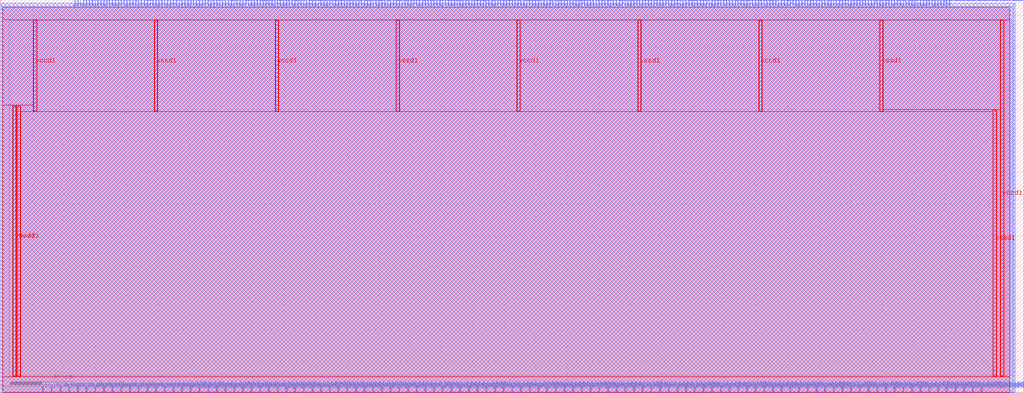
<source format=lef>
VERSION 5.7 ;
  NOWIREEXTENSIONATPIN ON ;
  DIVIDERCHAR "/" ;
  BUSBITCHARS "[]" ;
MACRO DataCache
  CLASS BLOCK ;
  FOREIGN DataCache ;
  ORIGIN 0.000 0.000 ;
  SIZE 650.000 BY 250.000 ;
  PIN clk
    DIRECTION INPUT ;
    USE SIGNAL ;
    PORT
      LAYER met2 ;
        RECT 600.850 246.000 601.130 250.000 ;
    END
  END clk
  PIN io_cpu_execute_address[0]
    DIRECTION INPUT ;
    USE SIGNAL ;
    PORT
      LAYER met2 ;
        RECT 100.370 246.000 100.650 250.000 ;
    END
  END io_cpu_execute_address[0]
  PIN io_cpu_execute_address[10]
    DIRECTION INPUT ;
    USE SIGNAL ;
    PORT
      LAYER met2 ;
        RECT 277.010 246.000 277.290 250.000 ;
    END
  END io_cpu_execute_address[10]
  PIN io_cpu_execute_address[11]
    DIRECTION INPUT ;
    USE SIGNAL ;
    PORT
      LAYER met2 ;
        RECT 291.730 246.000 292.010 250.000 ;
    END
  END io_cpu_execute_address[11]
  PIN io_cpu_execute_address[12]
    DIRECTION INPUT ;
    USE SIGNAL ;
    PORT
      LAYER met2 ;
        RECT 306.450 246.000 306.730 250.000 ;
    END
  END io_cpu_execute_address[12]
  PIN io_cpu_execute_address[13]
    DIRECTION INPUT ;
    USE SIGNAL ;
    PORT
      LAYER met2 ;
        RECT 321.170 246.000 321.450 250.000 ;
    END
  END io_cpu_execute_address[13]
  PIN io_cpu_execute_address[14]
    DIRECTION INPUT ;
    USE SIGNAL ;
    PORT
      LAYER met2 ;
        RECT 335.890 246.000 336.170 250.000 ;
    END
  END io_cpu_execute_address[14]
  PIN io_cpu_execute_address[15]
    DIRECTION INPUT ;
    USE SIGNAL ;
    PORT
      LAYER met2 ;
        RECT 350.610 246.000 350.890 250.000 ;
    END
  END io_cpu_execute_address[15]
  PIN io_cpu_execute_address[16]
    DIRECTION INPUT ;
    USE SIGNAL ;
    PORT
      LAYER met2 ;
        RECT 365.330 246.000 365.610 250.000 ;
    END
  END io_cpu_execute_address[16]
  PIN io_cpu_execute_address[17]
    DIRECTION INPUT ;
    USE SIGNAL ;
    PORT
      LAYER met2 ;
        RECT 380.050 246.000 380.330 250.000 ;
    END
  END io_cpu_execute_address[17]
  PIN io_cpu_execute_address[18]
    DIRECTION INPUT ;
    USE SIGNAL ;
    PORT
      LAYER met2 ;
        RECT 394.770 246.000 395.050 250.000 ;
    END
  END io_cpu_execute_address[18]
  PIN io_cpu_execute_address[19]
    DIRECTION INPUT ;
    USE SIGNAL ;
    PORT
      LAYER met2 ;
        RECT 409.490 246.000 409.770 250.000 ;
    END
  END io_cpu_execute_address[19]
  PIN io_cpu_execute_address[1]
    DIRECTION INPUT ;
    USE SIGNAL ;
    PORT
      LAYER met2 ;
        RECT 120.610 246.000 120.890 250.000 ;
    END
  END io_cpu_execute_address[1]
  PIN io_cpu_execute_address[20]
    DIRECTION INPUT ;
    USE SIGNAL ;
    PORT
      LAYER met2 ;
        RECT 424.210 246.000 424.490 250.000 ;
    END
  END io_cpu_execute_address[20]
  PIN io_cpu_execute_address[21]
    DIRECTION INPUT ;
    USE SIGNAL ;
    PORT
      LAYER met2 ;
        RECT 438.930 246.000 439.210 250.000 ;
    END
  END io_cpu_execute_address[21]
  PIN io_cpu_execute_address[22]
    DIRECTION INPUT ;
    USE SIGNAL ;
    PORT
      LAYER met2 ;
        RECT 453.650 246.000 453.930 250.000 ;
    END
  END io_cpu_execute_address[22]
  PIN io_cpu_execute_address[23]
    DIRECTION INPUT ;
    USE SIGNAL ;
    PORT
      LAYER met2 ;
        RECT 468.370 246.000 468.650 250.000 ;
    END
  END io_cpu_execute_address[23]
  PIN io_cpu_execute_address[24]
    DIRECTION INPUT ;
    USE SIGNAL ;
    PORT
      LAYER met2 ;
        RECT 483.090 246.000 483.370 250.000 ;
    END
  END io_cpu_execute_address[24]
  PIN io_cpu_execute_address[25]
    DIRECTION INPUT ;
    USE SIGNAL ;
    PORT
      LAYER met2 ;
        RECT 497.810 246.000 498.090 250.000 ;
    END
  END io_cpu_execute_address[25]
  PIN io_cpu_execute_address[26]
    DIRECTION INPUT ;
    USE SIGNAL ;
    PORT
      LAYER met2 ;
        RECT 512.530 246.000 512.810 250.000 ;
    END
  END io_cpu_execute_address[26]
  PIN io_cpu_execute_address[27]
    DIRECTION INPUT ;
    USE SIGNAL ;
    PORT
      LAYER met2 ;
        RECT 527.250 246.000 527.530 250.000 ;
    END
  END io_cpu_execute_address[27]
  PIN io_cpu_execute_address[28]
    DIRECTION INPUT ;
    USE SIGNAL ;
    PORT
      LAYER met2 ;
        RECT 541.970 246.000 542.250 250.000 ;
    END
  END io_cpu_execute_address[28]
  PIN io_cpu_execute_address[29]
    DIRECTION INPUT ;
    USE SIGNAL ;
    PORT
      LAYER met2 ;
        RECT 556.690 246.000 556.970 250.000 ;
    END
  END io_cpu_execute_address[29]
  PIN io_cpu_execute_address[2]
    DIRECTION INPUT ;
    USE SIGNAL ;
    PORT
      LAYER met2 ;
        RECT 140.850 246.000 141.130 250.000 ;
    END
  END io_cpu_execute_address[2]
  PIN io_cpu_execute_address[30]
    DIRECTION INPUT ;
    USE SIGNAL ;
    PORT
      LAYER met2 ;
        RECT 571.410 246.000 571.690 250.000 ;
    END
  END io_cpu_execute_address[30]
  PIN io_cpu_execute_address[31]
    DIRECTION INPUT ;
    USE SIGNAL ;
    PORT
      LAYER met2 ;
        RECT 586.130 246.000 586.410 250.000 ;
    END
  END io_cpu_execute_address[31]
  PIN io_cpu_execute_address[3]
    DIRECTION INPUT ;
    USE SIGNAL ;
    PORT
      LAYER met2 ;
        RECT 159.250 246.000 159.530 250.000 ;
    END
  END io_cpu_execute_address[3]
  PIN io_cpu_execute_address[4]
    DIRECTION INPUT ;
    USE SIGNAL ;
    PORT
      LAYER met2 ;
        RECT 177.650 246.000 177.930 250.000 ;
    END
  END io_cpu_execute_address[4]
  PIN io_cpu_execute_address[5]
    DIRECTION INPUT ;
    USE SIGNAL ;
    PORT
      LAYER met2 ;
        RECT 194.210 246.000 194.490 250.000 ;
    END
  END io_cpu_execute_address[5]
  PIN io_cpu_execute_address[6]
    DIRECTION INPUT ;
    USE SIGNAL ;
    PORT
      LAYER met2 ;
        RECT 210.770 246.000 211.050 250.000 ;
    END
  END io_cpu_execute_address[6]
  PIN io_cpu_execute_address[7]
    DIRECTION INPUT ;
    USE SIGNAL ;
    PORT
      LAYER met2 ;
        RECT 227.330 246.000 227.610 250.000 ;
    END
  END io_cpu_execute_address[7]
  PIN io_cpu_execute_address[8]
    DIRECTION INPUT ;
    USE SIGNAL ;
    PORT
      LAYER met2 ;
        RECT 243.890 246.000 244.170 250.000 ;
    END
  END io_cpu_execute_address[8]
  PIN io_cpu_execute_address[9]
    DIRECTION INPUT ;
    USE SIGNAL ;
    PORT
      LAYER met2 ;
        RECT 260.450 246.000 260.730 250.000 ;
    END
  END io_cpu_execute_address[9]
  PIN io_cpu_execute_args_data[0]
    DIRECTION INPUT ;
    USE SIGNAL ;
    PORT
      LAYER met2 ;
        RECT 102.210 246.000 102.490 250.000 ;
    END
  END io_cpu_execute_args_data[0]
  PIN io_cpu_execute_args_data[10]
    DIRECTION INPUT ;
    USE SIGNAL ;
    PORT
      LAYER met2 ;
        RECT 278.850 246.000 279.130 250.000 ;
    END
  END io_cpu_execute_args_data[10]
  PIN io_cpu_execute_args_data[11]
    DIRECTION INPUT ;
    USE SIGNAL ;
    PORT
      LAYER met2 ;
        RECT 293.570 246.000 293.850 250.000 ;
    END
  END io_cpu_execute_args_data[11]
  PIN io_cpu_execute_args_data[12]
    DIRECTION INPUT ;
    USE SIGNAL ;
    PORT
      LAYER met2 ;
        RECT 308.290 246.000 308.570 250.000 ;
    END
  END io_cpu_execute_args_data[12]
  PIN io_cpu_execute_args_data[13]
    DIRECTION INPUT ;
    USE SIGNAL ;
    PORT
      LAYER met2 ;
        RECT 323.010 246.000 323.290 250.000 ;
    END
  END io_cpu_execute_args_data[13]
  PIN io_cpu_execute_args_data[14]
    DIRECTION INPUT ;
    USE SIGNAL ;
    PORT
      LAYER met2 ;
        RECT 337.730 246.000 338.010 250.000 ;
    END
  END io_cpu_execute_args_data[14]
  PIN io_cpu_execute_args_data[15]
    DIRECTION INPUT ;
    USE SIGNAL ;
    PORT
      LAYER met2 ;
        RECT 352.450 246.000 352.730 250.000 ;
    END
  END io_cpu_execute_args_data[15]
  PIN io_cpu_execute_args_data[16]
    DIRECTION INPUT ;
    USE SIGNAL ;
    PORT
      LAYER met2 ;
        RECT 367.170 246.000 367.450 250.000 ;
    END
  END io_cpu_execute_args_data[16]
  PIN io_cpu_execute_args_data[17]
    DIRECTION INPUT ;
    USE SIGNAL ;
    PORT
      LAYER met2 ;
        RECT 381.890 246.000 382.170 250.000 ;
    END
  END io_cpu_execute_args_data[17]
  PIN io_cpu_execute_args_data[18]
    DIRECTION INPUT ;
    USE SIGNAL ;
    PORT
      LAYER met2 ;
        RECT 396.610 246.000 396.890 250.000 ;
    END
  END io_cpu_execute_args_data[18]
  PIN io_cpu_execute_args_data[19]
    DIRECTION INPUT ;
    USE SIGNAL ;
    PORT
      LAYER met2 ;
        RECT 411.330 246.000 411.610 250.000 ;
    END
  END io_cpu_execute_args_data[19]
  PIN io_cpu_execute_args_data[1]
    DIRECTION INPUT ;
    USE SIGNAL ;
    PORT
      LAYER met2 ;
        RECT 122.450 246.000 122.730 250.000 ;
    END
  END io_cpu_execute_args_data[1]
  PIN io_cpu_execute_args_data[20]
    DIRECTION INPUT ;
    USE SIGNAL ;
    PORT
      LAYER met2 ;
        RECT 426.050 246.000 426.330 250.000 ;
    END
  END io_cpu_execute_args_data[20]
  PIN io_cpu_execute_args_data[21]
    DIRECTION INPUT ;
    USE SIGNAL ;
    PORT
      LAYER met2 ;
        RECT 440.770 246.000 441.050 250.000 ;
    END
  END io_cpu_execute_args_data[21]
  PIN io_cpu_execute_args_data[22]
    DIRECTION INPUT ;
    USE SIGNAL ;
    PORT
      LAYER met2 ;
        RECT 455.490 246.000 455.770 250.000 ;
    END
  END io_cpu_execute_args_data[22]
  PIN io_cpu_execute_args_data[23]
    DIRECTION INPUT ;
    USE SIGNAL ;
    PORT
      LAYER met2 ;
        RECT 470.210 246.000 470.490 250.000 ;
    END
  END io_cpu_execute_args_data[23]
  PIN io_cpu_execute_args_data[24]
    DIRECTION INPUT ;
    USE SIGNAL ;
    PORT
      LAYER met2 ;
        RECT 484.930 246.000 485.210 250.000 ;
    END
  END io_cpu_execute_args_data[24]
  PIN io_cpu_execute_args_data[25]
    DIRECTION INPUT ;
    USE SIGNAL ;
    PORT
      LAYER met2 ;
        RECT 499.650 246.000 499.930 250.000 ;
    END
  END io_cpu_execute_args_data[25]
  PIN io_cpu_execute_args_data[26]
    DIRECTION INPUT ;
    USE SIGNAL ;
    PORT
      LAYER met2 ;
        RECT 514.370 246.000 514.650 250.000 ;
    END
  END io_cpu_execute_args_data[26]
  PIN io_cpu_execute_args_data[27]
    DIRECTION INPUT ;
    USE SIGNAL ;
    PORT
      LAYER met2 ;
        RECT 529.090 246.000 529.370 250.000 ;
    END
  END io_cpu_execute_args_data[27]
  PIN io_cpu_execute_args_data[28]
    DIRECTION INPUT ;
    USE SIGNAL ;
    PORT
      LAYER met2 ;
        RECT 543.810 246.000 544.090 250.000 ;
    END
  END io_cpu_execute_args_data[28]
  PIN io_cpu_execute_args_data[29]
    DIRECTION INPUT ;
    USE SIGNAL ;
    PORT
      LAYER met2 ;
        RECT 558.530 246.000 558.810 250.000 ;
    END
  END io_cpu_execute_args_data[29]
  PIN io_cpu_execute_args_data[2]
    DIRECTION INPUT ;
    USE SIGNAL ;
    PORT
      LAYER met2 ;
        RECT 142.690 246.000 142.970 250.000 ;
    END
  END io_cpu_execute_args_data[2]
  PIN io_cpu_execute_args_data[30]
    DIRECTION INPUT ;
    USE SIGNAL ;
    PORT
      LAYER met2 ;
        RECT 573.250 246.000 573.530 250.000 ;
    END
  END io_cpu_execute_args_data[30]
  PIN io_cpu_execute_args_data[31]
    DIRECTION INPUT ;
    USE SIGNAL ;
    PORT
      LAYER met2 ;
        RECT 587.970 246.000 588.250 250.000 ;
    END
  END io_cpu_execute_args_data[31]
  PIN io_cpu_execute_args_data[3]
    DIRECTION INPUT ;
    USE SIGNAL ;
    PORT
      LAYER met2 ;
        RECT 161.090 246.000 161.370 250.000 ;
    END
  END io_cpu_execute_args_data[3]
  PIN io_cpu_execute_args_data[4]
    DIRECTION INPUT ;
    USE SIGNAL ;
    PORT
      LAYER met2 ;
        RECT 179.490 246.000 179.770 250.000 ;
    END
  END io_cpu_execute_args_data[4]
  PIN io_cpu_execute_args_data[5]
    DIRECTION INPUT ;
    USE SIGNAL ;
    PORT
      LAYER met2 ;
        RECT 196.050 246.000 196.330 250.000 ;
    END
  END io_cpu_execute_args_data[5]
  PIN io_cpu_execute_args_data[6]
    DIRECTION INPUT ;
    USE SIGNAL ;
    PORT
      LAYER met2 ;
        RECT 212.610 246.000 212.890 250.000 ;
    END
  END io_cpu_execute_args_data[6]
  PIN io_cpu_execute_args_data[7]
    DIRECTION INPUT ;
    USE SIGNAL ;
    PORT
      LAYER met2 ;
        RECT 229.170 246.000 229.450 250.000 ;
    END
  END io_cpu_execute_args_data[7]
  PIN io_cpu_execute_args_data[8]
    DIRECTION INPUT ;
    USE SIGNAL ;
    PORT
      LAYER met2 ;
        RECT 245.730 246.000 246.010 250.000 ;
    END
  END io_cpu_execute_args_data[8]
  PIN io_cpu_execute_args_data[9]
    DIRECTION INPUT ;
    USE SIGNAL ;
    PORT
      LAYER met2 ;
        RECT 262.290 246.000 262.570 250.000 ;
    END
  END io_cpu_execute_args_data[9]
  PIN io_cpu_execute_args_size[0]
    DIRECTION INPUT ;
    USE SIGNAL ;
    PORT
      LAYER met2 ;
        RECT 104.050 246.000 104.330 250.000 ;
    END
  END io_cpu_execute_args_size[0]
  PIN io_cpu_execute_args_size[1]
    DIRECTION INPUT ;
    USE SIGNAL ;
    PORT
      LAYER met2 ;
        RECT 124.290 246.000 124.570 250.000 ;
    END
  END io_cpu_execute_args_size[1]
  PIN io_cpu_execute_args_wr
    DIRECTION INPUT ;
    USE SIGNAL ;
    PORT
      LAYER met2 ;
        RECT 47.010 246.000 47.290 250.000 ;
    END
  END io_cpu_execute_args_wr
  PIN io_cpu_execute_isValid
    DIRECTION INPUT ;
    USE SIGNAL ;
    PORT
      LAYER met2 ;
        RECT 48.850 246.000 49.130 250.000 ;
    END
  END io_cpu_execute_isValid
  PIN io_cpu_flush_ready
    DIRECTION OUTPUT TRISTATE ;
    USE SIGNAL ;
    PORT
      LAYER met2 ;
        RECT 50.690 246.000 50.970 250.000 ;
    END
  END io_cpu_flush_ready
  PIN io_cpu_flush_valid
    DIRECTION INPUT ;
    USE SIGNAL ;
    PORT
      LAYER met2 ;
        RECT 52.530 246.000 52.810 250.000 ;
    END
  END io_cpu_flush_valid
  PIN io_cpu_memory_address[0]
    DIRECTION INPUT ;
    USE SIGNAL ;
    PORT
      LAYER met2 ;
        RECT 105.890 246.000 106.170 250.000 ;
    END
  END io_cpu_memory_address[0]
  PIN io_cpu_memory_address[10]
    DIRECTION INPUT ;
    USE SIGNAL ;
    PORT
      LAYER met2 ;
        RECT 280.690 246.000 280.970 250.000 ;
    END
  END io_cpu_memory_address[10]
  PIN io_cpu_memory_address[11]
    DIRECTION INPUT ;
    USE SIGNAL ;
    PORT
      LAYER met2 ;
        RECT 295.410 246.000 295.690 250.000 ;
    END
  END io_cpu_memory_address[11]
  PIN io_cpu_memory_address[12]
    DIRECTION INPUT ;
    USE SIGNAL ;
    PORT
      LAYER met2 ;
        RECT 310.130 246.000 310.410 250.000 ;
    END
  END io_cpu_memory_address[12]
  PIN io_cpu_memory_address[13]
    DIRECTION INPUT ;
    USE SIGNAL ;
    PORT
      LAYER met2 ;
        RECT 324.850 246.000 325.130 250.000 ;
    END
  END io_cpu_memory_address[13]
  PIN io_cpu_memory_address[14]
    DIRECTION INPUT ;
    USE SIGNAL ;
    PORT
      LAYER met2 ;
        RECT 339.570 246.000 339.850 250.000 ;
    END
  END io_cpu_memory_address[14]
  PIN io_cpu_memory_address[15]
    DIRECTION INPUT ;
    USE SIGNAL ;
    PORT
      LAYER met2 ;
        RECT 354.290 246.000 354.570 250.000 ;
    END
  END io_cpu_memory_address[15]
  PIN io_cpu_memory_address[16]
    DIRECTION INPUT ;
    USE SIGNAL ;
    PORT
      LAYER met2 ;
        RECT 369.010 246.000 369.290 250.000 ;
    END
  END io_cpu_memory_address[16]
  PIN io_cpu_memory_address[17]
    DIRECTION INPUT ;
    USE SIGNAL ;
    PORT
      LAYER met2 ;
        RECT 383.730 246.000 384.010 250.000 ;
    END
  END io_cpu_memory_address[17]
  PIN io_cpu_memory_address[18]
    DIRECTION INPUT ;
    USE SIGNAL ;
    PORT
      LAYER met2 ;
        RECT 398.450 246.000 398.730 250.000 ;
    END
  END io_cpu_memory_address[18]
  PIN io_cpu_memory_address[19]
    DIRECTION INPUT ;
    USE SIGNAL ;
    PORT
      LAYER met2 ;
        RECT 413.170 246.000 413.450 250.000 ;
    END
  END io_cpu_memory_address[19]
  PIN io_cpu_memory_address[1]
    DIRECTION INPUT ;
    USE SIGNAL ;
    PORT
      LAYER met2 ;
        RECT 126.130 246.000 126.410 250.000 ;
    END
  END io_cpu_memory_address[1]
  PIN io_cpu_memory_address[20]
    DIRECTION INPUT ;
    USE SIGNAL ;
    PORT
      LAYER met2 ;
        RECT 427.890 246.000 428.170 250.000 ;
    END
  END io_cpu_memory_address[20]
  PIN io_cpu_memory_address[21]
    DIRECTION INPUT ;
    USE SIGNAL ;
    PORT
      LAYER met2 ;
        RECT 442.610 246.000 442.890 250.000 ;
    END
  END io_cpu_memory_address[21]
  PIN io_cpu_memory_address[22]
    DIRECTION INPUT ;
    USE SIGNAL ;
    PORT
      LAYER met2 ;
        RECT 457.330 246.000 457.610 250.000 ;
    END
  END io_cpu_memory_address[22]
  PIN io_cpu_memory_address[23]
    DIRECTION INPUT ;
    USE SIGNAL ;
    PORT
      LAYER met2 ;
        RECT 472.050 246.000 472.330 250.000 ;
    END
  END io_cpu_memory_address[23]
  PIN io_cpu_memory_address[24]
    DIRECTION INPUT ;
    USE SIGNAL ;
    PORT
      LAYER met2 ;
        RECT 486.770 246.000 487.050 250.000 ;
    END
  END io_cpu_memory_address[24]
  PIN io_cpu_memory_address[25]
    DIRECTION INPUT ;
    USE SIGNAL ;
    PORT
      LAYER met2 ;
        RECT 501.490 246.000 501.770 250.000 ;
    END
  END io_cpu_memory_address[25]
  PIN io_cpu_memory_address[26]
    DIRECTION INPUT ;
    USE SIGNAL ;
    PORT
      LAYER met2 ;
        RECT 516.210 246.000 516.490 250.000 ;
    END
  END io_cpu_memory_address[26]
  PIN io_cpu_memory_address[27]
    DIRECTION INPUT ;
    USE SIGNAL ;
    PORT
      LAYER met2 ;
        RECT 530.930 246.000 531.210 250.000 ;
    END
  END io_cpu_memory_address[27]
  PIN io_cpu_memory_address[28]
    DIRECTION INPUT ;
    USE SIGNAL ;
    PORT
      LAYER met2 ;
        RECT 545.650 246.000 545.930 250.000 ;
    END
  END io_cpu_memory_address[28]
  PIN io_cpu_memory_address[29]
    DIRECTION INPUT ;
    USE SIGNAL ;
    PORT
      LAYER met2 ;
        RECT 560.370 246.000 560.650 250.000 ;
    END
  END io_cpu_memory_address[29]
  PIN io_cpu_memory_address[2]
    DIRECTION INPUT ;
    USE SIGNAL ;
    PORT
      LAYER met2 ;
        RECT 144.530 246.000 144.810 250.000 ;
    END
  END io_cpu_memory_address[2]
  PIN io_cpu_memory_address[30]
    DIRECTION INPUT ;
    USE SIGNAL ;
    PORT
      LAYER met2 ;
        RECT 575.090 246.000 575.370 250.000 ;
    END
  END io_cpu_memory_address[30]
  PIN io_cpu_memory_address[31]
    DIRECTION INPUT ;
    USE SIGNAL ;
    PORT
      LAYER met2 ;
        RECT 589.810 246.000 590.090 250.000 ;
    END
  END io_cpu_memory_address[31]
  PIN io_cpu_memory_address[3]
    DIRECTION INPUT ;
    USE SIGNAL ;
    PORT
      LAYER met2 ;
        RECT 162.930 246.000 163.210 250.000 ;
    END
  END io_cpu_memory_address[3]
  PIN io_cpu_memory_address[4]
    DIRECTION INPUT ;
    USE SIGNAL ;
    PORT
      LAYER met2 ;
        RECT 181.330 246.000 181.610 250.000 ;
    END
  END io_cpu_memory_address[4]
  PIN io_cpu_memory_address[5]
    DIRECTION INPUT ;
    USE SIGNAL ;
    PORT
      LAYER met2 ;
        RECT 197.890 246.000 198.170 250.000 ;
    END
  END io_cpu_memory_address[5]
  PIN io_cpu_memory_address[6]
    DIRECTION INPUT ;
    USE SIGNAL ;
    PORT
      LAYER met2 ;
        RECT 214.450 246.000 214.730 250.000 ;
    END
  END io_cpu_memory_address[6]
  PIN io_cpu_memory_address[7]
    DIRECTION INPUT ;
    USE SIGNAL ;
    PORT
      LAYER met2 ;
        RECT 231.010 246.000 231.290 250.000 ;
    END
  END io_cpu_memory_address[7]
  PIN io_cpu_memory_address[8]
    DIRECTION INPUT ;
    USE SIGNAL ;
    PORT
      LAYER met2 ;
        RECT 247.570 246.000 247.850 250.000 ;
    END
  END io_cpu_memory_address[8]
  PIN io_cpu_memory_address[9]
    DIRECTION INPUT ;
    USE SIGNAL ;
    PORT
      LAYER met2 ;
        RECT 264.130 246.000 264.410 250.000 ;
    END
  END io_cpu_memory_address[9]
  PIN io_cpu_memory_bypassTranslation
    DIRECTION INPUT ;
    USE SIGNAL ;
    PORT
      LAYER met2 ;
        RECT 54.370 246.000 54.650 250.000 ;
    END
  END io_cpu_memory_bypassTranslation
  PIN io_cpu_memory_isRemoved
    DIRECTION INPUT ;
    USE SIGNAL ;
    PORT
      LAYER met2 ;
        RECT 56.210 246.000 56.490 250.000 ;
    END
  END io_cpu_memory_isRemoved
  PIN io_cpu_memory_isStuck
    DIRECTION INPUT ;
    USE SIGNAL ;
    PORT
      LAYER met2 ;
        RECT 58.050 246.000 58.330 250.000 ;
    END
  END io_cpu_memory_isStuck
  PIN io_cpu_memory_isValid
    DIRECTION INPUT ;
    USE SIGNAL ;
    PORT
      LAYER met2 ;
        RECT 59.890 246.000 60.170 250.000 ;
    END
  END io_cpu_memory_isValid
  PIN io_cpu_memory_isWrite
    DIRECTION OUTPUT TRISTATE ;
    USE SIGNAL ;
    PORT
      LAYER met2 ;
        RECT 61.730 246.000 62.010 250.000 ;
    END
  END io_cpu_memory_isWrite
  PIN io_cpu_memory_mmuBus_busy
    DIRECTION INPUT ;
    USE SIGNAL ;
    PORT
      LAYER met2 ;
        RECT 63.570 246.000 63.850 250.000 ;
    END
  END io_cpu_memory_mmuBus_busy
  PIN io_cpu_memory_mmuBus_cmd_bypassTranslation
    DIRECTION OUTPUT TRISTATE ;
    USE SIGNAL ;
    PORT
      LAYER met2 ;
        RECT 65.410 246.000 65.690 250.000 ;
    END
  END io_cpu_memory_mmuBus_cmd_bypassTranslation
  PIN io_cpu_memory_mmuBus_cmd_isValid
    DIRECTION OUTPUT TRISTATE ;
    USE SIGNAL ;
    PORT
      LAYER met2 ;
        RECT 67.250 246.000 67.530 250.000 ;
    END
  END io_cpu_memory_mmuBus_cmd_isValid
  PIN io_cpu_memory_mmuBus_cmd_virtualAddress[0]
    DIRECTION OUTPUT TRISTATE ;
    USE SIGNAL ;
    PORT
      LAYER met2 ;
        RECT 107.730 246.000 108.010 250.000 ;
    END
  END io_cpu_memory_mmuBus_cmd_virtualAddress[0]
  PIN io_cpu_memory_mmuBus_cmd_virtualAddress[10]
    DIRECTION OUTPUT TRISTATE ;
    USE SIGNAL ;
    PORT
      LAYER met2 ;
        RECT 282.530 246.000 282.810 250.000 ;
    END
  END io_cpu_memory_mmuBus_cmd_virtualAddress[10]
  PIN io_cpu_memory_mmuBus_cmd_virtualAddress[11]
    DIRECTION OUTPUT TRISTATE ;
    USE SIGNAL ;
    PORT
      LAYER met2 ;
        RECT 297.250 246.000 297.530 250.000 ;
    END
  END io_cpu_memory_mmuBus_cmd_virtualAddress[11]
  PIN io_cpu_memory_mmuBus_cmd_virtualAddress[12]
    DIRECTION OUTPUT TRISTATE ;
    USE SIGNAL ;
    PORT
      LAYER met2 ;
        RECT 311.970 246.000 312.250 250.000 ;
    END
  END io_cpu_memory_mmuBus_cmd_virtualAddress[12]
  PIN io_cpu_memory_mmuBus_cmd_virtualAddress[13]
    DIRECTION OUTPUT TRISTATE ;
    USE SIGNAL ;
    PORT
      LAYER met2 ;
        RECT 326.690 246.000 326.970 250.000 ;
    END
  END io_cpu_memory_mmuBus_cmd_virtualAddress[13]
  PIN io_cpu_memory_mmuBus_cmd_virtualAddress[14]
    DIRECTION OUTPUT TRISTATE ;
    USE SIGNAL ;
    PORT
      LAYER met2 ;
        RECT 341.410 246.000 341.690 250.000 ;
    END
  END io_cpu_memory_mmuBus_cmd_virtualAddress[14]
  PIN io_cpu_memory_mmuBus_cmd_virtualAddress[15]
    DIRECTION OUTPUT TRISTATE ;
    USE SIGNAL ;
    PORT
      LAYER met2 ;
        RECT 356.130 246.000 356.410 250.000 ;
    END
  END io_cpu_memory_mmuBus_cmd_virtualAddress[15]
  PIN io_cpu_memory_mmuBus_cmd_virtualAddress[16]
    DIRECTION OUTPUT TRISTATE ;
    USE SIGNAL ;
    PORT
      LAYER met2 ;
        RECT 370.850 246.000 371.130 250.000 ;
    END
  END io_cpu_memory_mmuBus_cmd_virtualAddress[16]
  PIN io_cpu_memory_mmuBus_cmd_virtualAddress[17]
    DIRECTION OUTPUT TRISTATE ;
    USE SIGNAL ;
    PORT
      LAYER met2 ;
        RECT 385.570 246.000 385.850 250.000 ;
    END
  END io_cpu_memory_mmuBus_cmd_virtualAddress[17]
  PIN io_cpu_memory_mmuBus_cmd_virtualAddress[18]
    DIRECTION OUTPUT TRISTATE ;
    USE SIGNAL ;
    PORT
      LAYER met2 ;
        RECT 400.290 246.000 400.570 250.000 ;
    END
  END io_cpu_memory_mmuBus_cmd_virtualAddress[18]
  PIN io_cpu_memory_mmuBus_cmd_virtualAddress[19]
    DIRECTION OUTPUT TRISTATE ;
    USE SIGNAL ;
    PORT
      LAYER met2 ;
        RECT 415.010 246.000 415.290 250.000 ;
    END
  END io_cpu_memory_mmuBus_cmd_virtualAddress[19]
  PIN io_cpu_memory_mmuBus_cmd_virtualAddress[1]
    DIRECTION OUTPUT TRISTATE ;
    USE SIGNAL ;
    PORT
      LAYER met2 ;
        RECT 127.970 246.000 128.250 250.000 ;
    END
  END io_cpu_memory_mmuBus_cmd_virtualAddress[1]
  PIN io_cpu_memory_mmuBus_cmd_virtualAddress[20]
    DIRECTION OUTPUT TRISTATE ;
    USE SIGNAL ;
    PORT
      LAYER met2 ;
        RECT 429.730 246.000 430.010 250.000 ;
    END
  END io_cpu_memory_mmuBus_cmd_virtualAddress[20]
  PIN io_cpu_memory_mmuBus_cmd_virtualAddress[21]
    DIRECTION OUTPUT TRISTATE ;
    USE SIGNAL ;
    PORT
      LAYER met2 ;
        RECT 444.450 246.000 444.730 250.000 ;
    END
  END io_cpu_memory_mmuBus_cmd_virtualAddress[21]
  PIN io_cpu_memory_mmuBus_cmd_virtualAddress[22]
    DIRECTION OUTPUT TRISTATE ;
    USE SIGNAL ;
    PORT
      LAYER met2 ;
        RECT 459.170 246.000 459.450 250.000 ;
    END
  END io_cpu_memory_mmuBus_cmd_virtualAddress[22]
  PIN io_cpu_memory_mmuBus_cmd_virtualAddress[23]
    DIRECTION OUTPUT TRISTATE ;
    USE SIGNAL ;
    PORT
      LAYER met2 ;
        RECT 473.890 246.000 474.170 250.000 ;
    END
  END io_cpu_memory_mmuBus_cmd_virtualAddress[23]
  PIN io_cpu_memory_mmuBus_cmd_virtualAddress[24]
    DIRECTION OUTPUT TRISTATE ;
    USE SIGNAL ;
    PORT
      LAYER met2 ;
        RECT 488.610 246.000 488.890 250.000 ;
    END
  END io_cpu_memory_mmuBus_cmd_virtualAddress[24]
  PIN io_cpu_memory_mmuBus_cmd_virtualAddress[25]
    DIRECTION OUTPUT TRISTATE ;
    USE SIGNAL ;
    PORT
      LAYER met2 ;
        RECT 503.330 246.000 503.610 250.000 ;
    END
  END io_cpu_memory_mmuBus_cmd_virtualAddress[25]
  PIN io_cpu_memory_mmuBus_cmd_virtualAddress[26]
    DIRECTION OUTPUT TRISTATE ;
    USE SIGNAL ;
    PORT
      LAYER met2 ;
        RECT 518.050 246.000 518.330 250.000 ;
    END
  END io_cpu_memory_mmuBus_cmd_virtualAddress[26]
  PIN io_cpu_memory_mmuBus_cmd_virtualAddress[27]
    DIRECTION OUTPUT TRISTATE ;
    USE SIGNAL ;
    PORT
      LAYER met2 ;
        RECT 532.770 246.000 533.050 250.000 ;
    END
  END io_cpu_memory_mmuBus_cmd_virtualAddress[27]
  PIN io_cpu_memory_mmuBus_cmd_virtualAddress[28]
    DIRECTION OUTPUT TRISTATE ;
    USE SIGNAL ;
    PORT
      LAYER met2 ;
        RECT 547.490 246.000 547.770 250.000 ;
    END
  END io_cpu_memory_mmuBus_cmd_virtualAddress[28]
  PIN io_cpu_memory_mmuBus_cmd_virtualAddress[29]
    DIRECTION OUTPUT TRISTATE ;
    USE SIGNAL ;
    PORT
      LAYER met2 ;
        RECT 562.210 246.000 562.490 250.000 ;
    END
  END io_cpu_memory_mmuBus_cmd_virtualAddress[29]
  PIN io_cpu_memory_mmuBus_cmd_virtualAddress[2]
    DIRECTION OUTPUT TRISTATE ;
    USE SIGNAL ;
    PORT
      LAYER met2 ;
        RECT 146.370 246.000 146.650 250.000 ;
    END
  END io_cpu_memory_mmuBus_cmd_virtualAddress[2]
  PIN io_cpu_memory_mmuBus_cmd_virtualAddress[30]
    DIRECTION OUTPUT TRISTATE ;
    USE SIGNAL ;
    PORT
      LAYER met2 ;
        RECT 576.930 246.000 577.210 250.000 ;
    END
  END io_cpu_memory_mmuBus_cmd_virtualAddress[30]
  PIN io_cpu_memory_mmuBus_cmd_virtualAddress[31]
    DIRECTION OUTPUT TRISTATE ;
    USE SIGNAL ;
    PORT
      LAYER met2 ;
        RECT 591.650 246.000 591.930 250.000 ;
    END
  END io_cpu_memory_mmuBus_cmd_virtualAddress[31]
  PIN io_cpu_memory_mmuBus_cmd_virtualAddress[3]
    DIRECTION OUTPUT TRISTATE ;
    USE SIGNAL ;
    PORT
      LAYER met2 ;
        RECT 164.770 246.000 165.050 250.000 ;
    END
  END io_cpu_memory_mmuBus_cmd_virtualAddress[3]
  PIN io_cpu_memory_mmuBus_cmd_virtualAddress[4]
    DIRECTION OUTPUT TRISTATE ;
    USE SIGNAL ;
    PORT
      LAYER met2 ;
        RECT 183.170 246.000 183.450 250.000 ;
    END
  END io_cpu_memory_mmuBus_cmd_virtualAddress[4]
  PIN io_cpu_memory_mmuBus_cmd_virtualAddress[5]
    DIRECTION OUTPUT TRISTATE ;
    USE SIGNAL ;
    PORT
      LAYER met2 ;
        RECT 199.730 246.000 200.010 250.000 ;
    END
  END io_cpu_memory_mmuBus_cmd_virtualAddress[5]
  PIN io_cpu_memory_mmuBus_cmd_virtualAddress[6]
    DIRECTION OUTPUT TRISTATE ;
    USE SIGNAL ;
    PORT
      LAYER met2 ;
        RECT 216.290 246.000 216.570 250.000 ;
    END
  END io_cpu_memory_mmuBus_cmd_virtualAddress[6]
  PIN io_cpu_memory_mmuBus_cmd_virtualAddress[7]
    DIRECTION OUTPUT TRISTATE ;
    USE SIGNAL ;
    PORT
      LAYER met2 ;
        RECT 232.850 246.000 233.130 250.000 ;
    END
  END io_cpu_memory_mmuBus_cmd_virtualAddress[7]
  PIN io_cpu_memory_mmuBus_cmd_virtualAddress[8]
    DIRECTION OUTPUT TRISTATE ;
    USE SIGNAL ;
    PORT
      LAYER met2 ;
        RECT 249.410 246.000 249.690 250.000 ;
    END
  END io_cpu_memory_mmuBus_cmd_virtualAddress[8]
  PIN io_cpu_memory_mmuBus_cmd_virtualAddress[9]
    DIRECTION OUTPUT TRISTATE ;
    USE SIGNAL ;
    PORT
      LAYER met2 ;
        RECT 265.970 246.000 266.250 250.000 ;
    END
  END io_cpu_memory_mmuBus_cmd_virtualAddress[9]
  PIN io_cpu_memory_mmuBus_end
    DIRECTION OUTPUT TRISTATE ;
    USE SIGNAL ;
    PORT
      LAYER met2 ;
        RECT 69.090 246.000 69.370 250.000 ;
    END
  END io_cpu_memory_mmuBus_end
  PIN io_cpu_memory_mmuBus_rsp_allowExecute
    DIRECTION INPUT ;
    USE SIGNAL ;
    PORT
      LAYER met2 ;
        RECT 70.930 246.000 71.210 250.000 ;
    END
  END io_cpu_memory_mmuBus_rsp_allowExecute
  PIN io_cpu_memory_mmuBus_rsp_allowRead
    DIRECTION INPUT ;
    USE SIGNAL ;
    PORT
      LAYER met2 ;
        RECT 72.770 246.000 73.050 250.000 ;
    END
  END io_cpu_memory_mmuBus_rsp_allowRead
  PIN io_cpu_memory_mmuBus_rsp_allowWrite
    DIRECTION INPUT ;
    USE SIGNAL ;
    PORT
      LAYER met2 ;
        RECT 74.610 246.000 74.890 250.000 ;
    END
  END io_cpu_memory_mmuBus_rsp_allowWrite
  PIN io_cpu_memory_mmuBus_rsp_exception
    DIRECTION INPUT ;
    USE SIGNAL ;
    PORT
      LAYER met2 ;
        RECT 76.450 246.000 76.730 250.000 ;
    END
  END io_cpu_memory_mmuBus_rsp_exception
  PIN io_cpu_memory_mmuBus_rsp_isIoAccess
    DIRECTION INPUT ;
    USE SIGNAL ;
    PORT
      LAYER met2 ;
        RECT 78.290 246.000 78.570 250.000 ;
    END
  END io_cpu_memory_mmuBus_rsp_isIoAccess
  PIN io_cpu_memory_mmuBus_rsp_physicalAddress[0]
    DIRECTION INPUT ;
    USE SIGNAL ;
    PORT
      LAYER met2 ;
        RECT 109.570 246.000 109.850 250.000 ;
    END
  END io_cpu_memory_mmuBus_rsp_physicalAddress[0]
  PIN io_cpu_memory_mmuBus_rsp_physicalAddress[10]
    DIRECTION INPUT ;
    USE SIGNAL ;
    PORT
      LAYER met2 ;
        RECT 284.370 246.000 284.650 250.000 ;
    END
  END io_cpu_memory_mmuBus_rsp_physicalAddress[10]
  PIN io_cpu_memory_mmuBus_rsp_physicalAddress[11]
    DIRECTION INPUT ;
    USE SIGNAL ;
    PORT
      LAYER met2 ;
        RECT 299.090 246.000 299.370 250.000 ;
    END
  END io_cpu_memory_mmuBus_rsp_physicalAddress[11]
  PIN io_cpu_memory_mmuBus_rsp_physicalAddress[12]
    DIRECTION INPUT ;
    USE SIGNAL ;
    PORT
      LAYER met2 ;
        RECT 313.810 246.000 314.090 250.000 ;
    END
  END io_cpu_memory_mmuBus_rsp_physicalAddress[12]
  PIN io_cpu_memory_mmuBus_rsp_physicalAddress[13]
    DIRECTION INPUT ;
    USE SIGNAL ;
    PORT
      LAYER met2 ;
        RECT 328.530 246.000 328.810 250.000 ;
    END
  END io_cpu_memory_mmuBus_rsp_physicalAddress[13]
  PIN io_cpu_memory_mmuBus_rsp_physicalAddress[14]
    DIRECTION INPUT ;
    USE SIGNAL ;
    PORT
      LAYER met2 ;
        RECT 343.250 246.000 343.530 250.000 ;
    END
  END io_cpu_memory_mmuBus_rsp_physicalAddress[14]
  PIN io_cpu_memory_mmuBus_rsp_physicalAddress[15]
    DIRECTION INPUT ;
    USE SIGNAL ;
    PORT
      LAYER met2 ;
        RECT 357.970 246.000 358.250 250.000 ;
    END
  END io_cpu_memory_mmuBus_rsp_physicalAddress[15]
  PIN io_cpu_memory_mmuBus_rsp_physicalAddress[16]
    DIRECTION INPUT ;
    USE SIGNAL ;
    PORT
      LAYER met2 ;
        RECT 372.690 246.000 372.970 250.000 ;
    END
  END io_cpu_memory_mmuBus_rsp_physicalAddress[16]
  PIN io_cpu_memory_mmuBus_rsp_physicalAddress[17]
    DIRECTION INPUT ;
    USE SIGNAL ;
    PORT
      LAYER met2 ;
        RECT 387.410 246.000 387.690 250.000 ;
    END
  END io_cpu_memory_mmuBus_rsp_physicalAddress[17]
  PIN io_cpu_memory_mmuBus_rsp_physicalAddress[18]
    DIRECTION INPUT ;
    USE SIGNAL ;
    PORT
      LAYER met2 ;
        RECT 402.130 246.000 402.410 250.000 ;
    END
  END io_cpu_memory_mmuBus_rsp_physicalAddress[18]
  PIN io_cpu_memory_mmuBus_rsp_physicalAddress[19]
    DIRECTION INPUT ;
    USE SIGNAL ;
    PORT
      LAYER met2 ;
        RECT 416.850 246.000 417.130 250.000 ;
    END
  END io_cpu_memory_mmuBus_rsp_physicalAddress[19]
  PIN io_cpu_memory_mmuBus_rsp_physicalAddress[1]
    DIRECTION INPUT ;
    USE SIGNAL ;
    PORT
      LAYER met2 ;
        RECT 129.810 246.000 130.090 250.000 ;
    END
  END io_cpu_memory_mmuBus_rsp_physicalAddress[1]
  PIN io_cpu_memory_mmuBus_rsp_physicalAddress[20]
    DIRECTION INPUT ;
    USE SIGNAL ;
    PORT
      LAYER met2 ;
        RECT 431.570 246.000 431.850 250.000 ;
    END
  END io_cpu_memory_mmuBus_rsp_physicalAddress[20]
  PIN io_cpu_memory_mmuBus_rsp_physicalAddress[21]
    DIRECTION INPUT ;
    USE SIGNAL ;
    PORT
      LAYER met2 ;
        RECT 446.290 246.000 446.570 250.000 ;
    END
  END io_cpu_memory_mmuBus_rsp_physicalAddress[21]
  PIN io_cpu_memory_mmuBus_rsp_physicalAddress[22]
    DIRECTION INPUT ;
    USE SIGNAL ;
    PORT
      LAYER met2 ;
        RECT 461.010 246.000 461.290 250.000 ;
    END
  END io_cpu_memory_mmuBus_rsp_physicalAddress[22]
  PIN io_cpu_memory_mmuBus_rsp_physicalAddress[23]
    DIRECTION INPUT ;
    USE SIGNAL ;
    PORT
      LAYER met2 ;
        RECT 475.730 246.000 476.010 250.000 ;
    END
  END io_cpu_memory_mmuBus_rsp_physicalAddress[23]
  PIN io_cpu_memory_mmuBus_rsp_physicalAddress[24]
    DIRECTION INPUT ;
    USE SIGNAL ;
    PORT
      LAYER met2 ;
        RECT 490.450 246.000 490.730 250.000 ;
    END
  END io_cpu_memory_mmuBus_rsp_physicalAddress[24]
  PIN io_cpu_memory_mmuBus_rsp_physicalAddress[25]
    DIRECTION INPUT ;
    USE SIGNAL ;
    PORT
      LAYER met2 ;
        RECT 505.170 246.000 505.450 250.000 ;
    END
  END io_cpu_memory_mmuBus_rsp_physicalAddress[25]
  PIN io_cpu_memory_mmuBus_rsp_physicalAddress[26]
    DIRECTION INPUT ;
    USE SIGNAL ;
    PORT
      LAYER met2 ;
        RECT 519.890 246.000 520.170 250.000 ;
    END
  END io_cpu_memory_mmuBus_rsp_physicalAddress[26]
  PIN io_cpu_memory_mmuBus_rsp_physicalAddress[27]
    DIRECTION INPUT ;
    USE SIGNAL ;
    PORT
      LAYER met2 ;
        RECT 534.610 246.000 534.890 250.000 ;
    END
  END io_cpu_memory_mmuBus_rsp_physicalAddress[27]
  PIN io_cpu_memory_mmuBus_rsp_physicalAddress[28]
    DIRECTION INPUT ;
    USE SIGNAL ;
    PORT
      LAYER met2 ;
        RECT 549.330 246.000 549.610 250.000 ;
    END
  END io_cpu_memory_mmuBus_rsp_physicalAddress[28]
  PIN io_cpu_memory_mmuBus_rsp_physicalAddress[29]
    DIRECTION INPUT ;
    USE SIGNAL ;
    PORT
      LAYER met2 ;
        RECT 564.050 246.000 564.330 250.000 ;
    END
  END io_cpu_memory_mmuBus_rsp_physicalAddress[29]
  PIN io_cpu_memory_mmuBus_rsp_physicalAddress[2]
    DIRECTION INPUT ;
    USE SIGNAL ;
    PORT
      LAYER met2 ;
        RECT 148.210 246.000 148.490 250.000 ;
    END
  END io_cpu_memory_mmuBus_rsp_physicalAddress[2]
  PIN io_cpu_memory_mmuBus_rsp_physicalAddress[30]
    DIRECTION INPUT ;
    USE SIGNAL ;
    PORT
      LAYER met2 ;
        RECT 578.770 246.000 579.050 250.000 ;
    END
  END io_cpu_memory_mmuBus_rsp_physicalAddress[30]
  PIN io_cpu_memory_mmuBus_rsp_physicalAddress[31]
    DIRECTION INPUT ;
    USE SIGNAL ;
    PORT
      LAYER met2 ;
        RECT 593.490 246.000 593.770 250.000 ;
    END
  END io_cpu_memory_mmuBus_rsp_physicalAddress[31]
  PIN io_cpu_memory_mmuBus_rsp_physicalAddress[3]
    DIRECTION INPUT ;
    USE SIGNAL ;
    PORT
      LAYER met2 ;
        RECT 166.610 246.000 166.890 250.000 ;
    END
  END io_cpu_memory_mmuBus_rsp_physicalAddress[3]
  PIN io_cpu_memory_mmuBus_rsp_physicalAddress[4]
    DIRECTION INPUT ;
    USE SIGNAL ;
    PORT
      LAYER met2 ;
        RECT 185.010 246.000 185.290 250.000 ;
    END
  END io_cpu_memory_mmuBus_rsp_physicalAddress[4]
  PIN io_cpu_memory_mmuBus_rsp_physicalAddress[5]
    DIRECTION INPUT ;
    USE SIGNAL ;
    PORT
      LAYER met2 ;
        RECT 201.570 246.000 201.850 250.000 ;
    END
  END io_cpu_memory_mmuBus_rsp_physicalAddress[5]
  PIN io_cpu_memory_mmuBus_rsp_physicalAddress[6]
    DIRECTION INPUT ;
    USE SIGNAL ;
    PORT
      LAYER met2 ;
        RECT 218.130 246.000 218.410 250.000 ;
    END
  END io_cpu_memory_mmuBus_rsp_physicalAddress[6]
  PIN io_cpu_memory_mmuBus_rsp_physicalAddress[7]
    DIRECTION INPUT ;
    USE SIGNAL ;
    PORT
      LAYER met2 ;
        RECT 234.690 246.000 234.970 250.000 ;
    END
  END io_cpu_memory_mmuBus_rsp_physicalAddress[7]
  PIN io_cpu_memory_mmuBus_rsp_physicalAddress[8]
    DIRECTION INPUT ;
    USE SIGNAL ;
    PORT
      LAYER met2 ;
        RECT 251.250 246.000 251.530 250.000 ;
    END
  END io_cpu_memory_mmuBus_rsp_physicalAddress[8]
  PIN io_cpu_memory_mmuBus_rsp_physicalAddress[9]
    DIRECTION INPUT ;
    USE SIGNAL ;
    PORT
      LAYER met2 ;
        RECT 267.810 246.000 268.090 250.000 ;
    END
  END io_cpu_memory_mmuBus_rsp_physicalAddress[9]
  PIN io_cpu_memory_mmuBus_rsp_refilling
    DIRECTION INPUT ;
    USE SIGNAL ;
    PORT
      LAYER met2 ;
        RECT 80.130 246.000 80.410 250.000 ;
    END
  END io_cpu_memory_mmuBus_rsp_refilling
  PIN io_cpu_memory_mmuBus_spr_payload_data[0]
    DIRECTION OUTPUT TRISTATE ;
    USE SIGNAL ;
    PORT
      LAYER met2 ;
        RECT 111.410 246.000 111.690 250.000 ;
    END
  END io_cpu_memory_mmuBus_spr_payload_data[0]
  PIN io_cpu_memory_mmuBus_spr_payload_data[10]
    DIRECTION OUTPUT TRISTATE ;
    USE SIGNAL ;
    PORT
      LAYER met2 ;
        RECT 286.210 246.000 286.490 250.000 ;
    END
  END io_cpu_memory_mmuBus_spr_payload_data[10]
  PIN io_cpu_memory_mmuBus_spr_payload_data[11]
    DIRECTION OUTPUT TRISTATE ;
    USE SIGNAL ;
    PORT
      LAYER met2 ;
        RECT 300.930 246.000 301.210 250.000 ;
    END
  END io_cpu_memory_mmuBus_spr_payload_data[11]
  PIN io_cpu_memory_mmuBus_spr_payload_data[12]
    DIRECTION OUTPUT TRISTATE ;
    USE SIGNAL ;
    PORT
      LAYER met2 ;
        RECT 315.650 246.000 315.930 250.000 ;
    END
  END io_cpu_memory_mmuBus_spr_payload_data[12]
  PIN io_cpu_memory_mmuBus_spr_payload_data[13]
    DIRECTION OUTPUT TRISTATE ;
    USE SIGNAL ;
    PORT
      LAYER met2 ;
        RECT 330.370 246.000 330.650 250.000 ;
    END
  END io_cpu_memory_mmuBus_spr_payload_data[13]
  PIN io_cpu_memory_mmuBus_spr_payload_data[14]
    DIRECTION OUTPUT TRISTATE ;
    USE SIGNAL ;
    PORT
      LAYER met2 ;
        RECT 345.090 246.000 345.370 250.000 ;
    END
  END io_cpu_memory_mmuBus_spr_payload_data[14]
  PIN io_cpu_memory_mmuBus_spr_payload_data[15]
    DIRECTION OUTPUT TRISTATE ;
    USE SIGNAL ;
    PORT
      LAYER met2 ;
        RECT 359.810 246.000 360.090 250.000 ;
    END
  END io_cpu_memory_mmuBus_spr_payload_data[15]
  PIN io_cpu_memory_mmuBus_spr_payload_data[16]
    DIRECTION OUTPUT TRISTATE ;
    USE SIGNAL ;
    PORT
      LAYER met2 ;
        RECT 374.530 246.000 374.810 250.000 ;
    END
  END io_cpu_memory_mmuBus_spr_payload_data[16]
  PIN io_cpu_memory_mmuBus_spr_payload_data[17]
    DIRECTION OUTPUT TRISTATE ;
    USE SIGNAL ;
    PORT
      LAYER met2 ;
        RECT 389.250 246.000 389.530 250.000 ;
    END
  END io_cpu_memory_mmuBus_spr_payload_data[17]
  PIN io_cpu_memory_mmuBus_spr_payload_data[18]
    DIRECTION OUTPUT TRISTATE ;
    USE SIGNAL ;
    PORT
      LAYER met2 ;
        RECT 403.970 246.000 404.250 250.000 ;
    END
  END io_cpu_memory_mmuBus_spr_payload_data[18]
  PIN io_cpu_memory_mmuBus_spr_payload_data[19]
    DIRECTION OUTPUT TRISTATE ;
    USE SIGNAL ;
    PORT
      LAYER met2 ;
        RECT 418.690 246.000 418.970 250.000 ;
    END
  END io_cpu_memory_mmuBus_spr_payload_data[19]
  PIN io_cpu_memory_mmuBus_spr_payload_data[1]
    DIRECTION OUTPUT TRISTATE ;
    USE SIGNAL ;
    PORT
      LAYER met2 ;
        RECT 131.650 246.000 131.930 250.000 ;
    END
  END io_cpu_memory_mmuBus_spr_payload_data[1]
  PIN io_cpu_memory_mmuBus_spr_payload_data[20]
    DIRECTION OUTPUT TRISTATE ;
    USE SIGNAL ;
    PORT
      LAYER met2 ;
        RECT 433.410 246.000 433.690 250.000 ;
    END
  END io_cpu_memory_mmuBus_spr_payload_data[20]
  PIN io_cpu_memory_mmuBus_spr_payload_data[21]
    DIRECTION OUTPUT TRISTATE ;
    USE SIGNAL ;
    PORT
      LAYER met2 ;
        RECT 448.130 246.000 448.410 250.000 ;
    END
  END io_cpu_memory_mmuBus_spr_payload_data[21]
  PIN io_cpu_memory_mmuBus_spr_payload_data[22]
    DIRECTION OUTPUT TRISTATE ;
    USE SIGNAL ;
    PORT
      LAYER met2 ;
        RECT 462.850 246.000 463.130 250.000 ;
    END
  END io_cpu_memory_mmuBus_spr_payload_data[22]
  PIN io_cpu_memory_mmuBus_spr_payload_data[23]
    DIRECTION OUTPUT TRISTATE ;
    USE SIGNAL ;
    PORT
      LAYER met2 ;
        RECT 477.570 246.000 477.850 250.000 ;
    END
  END io_cpu_memory_mmuBus_spr_payload_data[23]
  PIN io_cpu_memory_mmuBus_spr_payload_data[24]
    DIRECTION OUTPUT TRISTATE ;
    USE SIGNAL ;
    PORT
      LAYER met2 ;
        RECT 492.290 246.000 492.570 250.000 ;
    END
  END io_cpu_memory_mmuBus_spr_payload_data[24]
  PIN io_cpu_memory_mmuBus_spr_payload_data[25]
    DIRECTION OUTPUT TRISTATE ;
    USE SIGNAL ;
    PORT
      LAYER met2 ;
        RECT 507.010 246.000 507.290 250.000 ;
    END
  END io_cpu_memory_mmuBus_spr_payload_data[25]
  PIN io_cpu_memory_mmuBus_spr_payload_data[26]
    DIRECTION OUTPUT TRISTATE ;
    USE SIGNAL ;
    PORT
      LAYER met2 ;
        RECT 521.730 246.000 522.010 250.000 ;
    END
  END io_cpu_memory_mmuBus_spr_payload_data[26]
  PIN io_cpu_memory_mmuBus_spr_payload_data[27]
    DIRECTION OUTPUT TRISTATE ;
    USE SIGNAL ;
    PORT
      LAYER met2 ;
        RECT 536.450 246.000 536.730 250.000 ;
    END
  END io_cpu_memory_mmuBus_spr_payload_data[27]
  PIN io_cpu_memory_mmuBus_spr_payload_data[28]
    DIRECTION OUTPUT TRISTATE ;
    USE SIGNAL ;
    PORT
      LAYER met2 ;
        RECT 551.170 246.000 551.450 250.000 ;
    END
  END io_cpu_memory_mmuBus_spr_payload_data[28]
  PIN io_cpu_memory_mmuBus_spr_payload_data[29]
    DIRECTION OUTPUT TRISTATE ;
    USE SIGNAL ;
    PORT
      LAYER met2 ;
        RECT 565.890 246.000 566.170 250.000 ;
    END
  END io_cpu_memory_mmuBus_spr_payload_data[29]
  PIN io_cpu_memory_mmuBus_spr_payload_data[2]
    DIRECTION OUTPUT TRISTATE ;
    USE SIGNAL ;
    PORT
      LAYER met2 ;
        RECT 150.050 246.000 150.330 250.000 ;
    END
  END io_cpu_memory_mmuBus_spr_payload_data[2]
  PIN io_cpu_memory_mmuBus_spr_payload_data[30]
    DIRECTION OUTPUT TRISTATE ;
    USE SIGNAL ;
    PORT
      LAYER met2 ;
        RECT 580.610 246.000 580.890 250.000 ;
    END
  END io_cpu_memory_mmuBus_spr_payload_data[30]
  PIN io_cpu_memory_mmuBus_spr_payload_data[31]
    DIRECTION OUTPUT TRISTATE ;
    USE SIGNAL ;
    PORT
      LAYER met2 ;
        RECT 595.330 246.000 595.610 250.000 ;
    END
  END io_cpu_memory_mmuBus_spr_payload_data[31]
  PIN io_cpu_memory_mmuBus_spr_payload_data[3]
    DIRECTION OUTPUT TRISTATE ;
    USE SIGNAL ;
    PORT
      LAYER met2 ;
        RECT 168.450 246.000 168.730 250.000 ;
    END
  END io_cpu_memory_mmuBus_spr_payload_data[3]
  PIN io_cpu_memory_mmuBus_spr_payload_data[4]
    DIRECTION OUTPUT TRISTATE ;
    USE SIGNAL ;
    PORT
      LAYER met2 ;
        RECT 186.850 246.000 187.130 250.000 ;
    END
  END io_cpu_memory_mmuBus_spr_payload_data[4]
  PIN io_cpu_memory_mmuBus_spr_payload_data[5]
    DIRECTION OUTPUT TRISTATE ;
    USE SIGNAL ;
    PORT
      LAYER met2 ;
        RECT 203.410 246.000 203.690 250.000 ;
    END
  END io_cpu_memory_mmuBus_spr_payload_data[5]
  PIN io_cpu_memory_mmuBus_spr_payload_data[6]
    DIRECTION OUTPUT TRISTATE ;
    USE SIGNAL ;
    PORT
      LAYER met2 ;
        RECT 219.970 246.000 220.250 250.000 ;
    END
  END io_cpu_memory_mmuBus_spr_payload_data[6]
  PIN io_cpu_memory_mmuBus_spr_payload_data[7]
    DIRECTION OUTPUT TRISTATE ;
    USE SIGNAL ;
    PORT
      LAYER met2 ;
        RECT 236.530 246.000 236.810 250.000 ;
    END
  END io_cpu_memory_mmuBus_spr_payload_data[7]
  PIN io_cpu_memory_mmuBus_spr_payload_data[8]
    DIRECTION OUTPUT TRISTATE ;
    USE SIGNAL ;
    PORT
      LAYER met2 ;
        RECT 253.090 246.000 253.370 250.000 ;
    END
  END io_cpu_memory_mmuBus_spr_payload_data[8]
  PIN io_cpu_memory_mmuBus_spr_payload_data[9]
    DIRECTION OUTPUT TRISTATE ;
    USE SIGNAL ;
    PORT
      LAYER met2 ;
        RECT 269.650 246.000 269.930 250.000 ;
    END
  END io_cpu_memory_mmuBus_spr_payload_data[9]
  PIN io_cpu_memory_mmuBus_spr_payload_id[0]
    DIRECTION OUTPUT TRISTATE ;
    USE SIGNAL ;
    PORT
      LAYER met2 ;
        RECT 113.250 246.000 113.530 250.000 ;
    END
  END io_cpu_memory_mmuBus_spr_payload_id[0]
  PIN io_cpu_memory_mmuBus_spr_payload_id[1]
    DIRECTION OUTPUT TRISTATE ;
    USE SIGNAL ;
    PORT
      LAYER met2 ;
        RECT 133.490 246.000 133.770 250.000 ;
    END
  END io_cpu_memory_mmuBus_spr_payload_id[1]
  PIN io_cpu_memory_mmuBus_spr_payload_id[2]
    DIRECTION OUTPUT TRISTATE ;
    USE SIGNAL ;
    PORT
      LAYER met2 ;
        RECT 151.890 246.000 152.170 250.000 ;
    END
  END io_cpu_memory_mmuBus_spr_payload_id[2]
  PIN io_cpu_memory_mmuBus_spr_payload_id[3]
    DIRECTION OUTPUT TRISTATE ;
    USE SIGNAL ;
    PORT
      LAYER met2 ;
        RECT 170.290 246.000 170.570 250.000 ;
    END
  END io_cpu_memory_mmuBus_spr_payload_id[3]
  PIN io_cpu_memory_mmuBus_spr_payload_id[4]
    DIRECTION OUTPUT TRISTATE ;
    USE SIGNAL ;
    PORT
      LAYER met2 ;
        RECT 188.690 246.000 188.970 250.000 ;
    END
  END io_cpu_memory_mmuBus_spr_payload_id[4]
  PIN io_cpu_memory_mmuBus_spr_payload_id[5]
    DIRECTION OUTPUT TRISTATE ;
    USE SIGNAL ;
    PORT
      LAYER met2 ;
        RECT 205.250 246.000 205.530 250.000 ;
    END
  END io_cpu_memory_mmuBus_spr_payload_id[5]
  PIN io_cpu_memory_mmuBus_spr_payload_id[6]
    DIRECTION OUTPUT TRISTATE ;
    USE SIGNAL ;
    PORT
      LAYER met2 ;
        RECT 221.810 246.000 222.090 250.000 ;
    END
  END io_cpu_memory_mmuBus_spr_payload_id[6]
  PIN io_cpu_memory_mmuBus_spr_payload_id[7]
    DIRECTION OUTPUT TRISTATE ;
    USE SIGNAL ;
    PORT
      LAYER met2 ;
        RECT 238.370 246.000 238.650 250.000 ;
    END
  END io_cpu_memory_mmuBus_spr_payload_id[7]
  PIN io_cpu_memory_mmuBus_spr_payload_id[8]
    DIRECTION OUTPUT TRISTATE ;
    USE SIGNAL ;
    PORT
      LAYER met2 ;
        RECT 254.930 246.000 255.210 250.000 ;
    END
  END io_cpu_memory_mmuBus_spr_payload_id[8]
  PIN io_cpu_memory_mmuBus_spr_payload_id[9]
    DIRECTION OUTPUT TRISTATE ;
    USE SIGNAL ;
    PORT
      LAYER met2 ;
        RECT 271.490 246.000 271.770 250.000 ;
    END
  END io_cpu_memory_mmuBus_spr_payload_id[9]
  PIN io_cpu_memory_mmuBus_spr_valid
    DIRECTION OUTPUT TRISTATE ;
    USE SIGNAL ;
    PORT
      LAYER met2 ;
        RECT 81.970 246.000 82.250 250.000 ;
    END
  END io_cpu_memory_mmuBus_spr_valid
  PIN io_cpu_redo
    DIRECTION OUTPUT TRISTATE ;
    USE SIGNAL ;
    PORT
      LAYER met2 ;
        RECT 83.810 246.000 84.090 250.000 ;
    END
  END io_cpu_redo
  PIN io_cpu_writeBack_accessError
    DIRECTION OUTPUT TRISTATE ;
    USE SIGNAL ;
    PORT
      LAYER met2 ;
        RECT 85.650 246.000 85.930 250.000 ;
    END
  END io_cpu_writeBack_accessError
  PIN io_cpu_writeBack_address[0]
    DIRECTION INPUT ;
    USE SIGNAL ;
    PORT
      LAYER met2 ;
        RECT 115.090 246.000 115.370 250.000 ;
    END
  END io_cpu_writeBack_address[0]
  PIN io_cpu_writeBack_address[10]
    DIRECTION INPUT ;
    USE SIGNAL ;
    PORT
      LAYER met2 ;
        RECT 288.050 246.000 288.330 250.000 ;
    END
  END io_cpu_writeBack_address[10]
  PIN io_cpu_writeBack_address[11]
    DIRECTION INPUT ;
    USE SIGNAL ;
    PORT
      LAYER met2 ;
        RECT 302.770 246.000 303.050 250.000 ;
    END
  END io_cpu_writeBack_address[11]
  PIN io_cpu_writeBack_address[12]
    DIRECTION INPUT ;
    USE SIGNAL ;
    PORT
      LAYER met2 ;
        RECT 317.490 246.000 317.770 250.000 ;
    END
  END io_cpu_writeBack_address[12]
  PIN io_cpu_writeBack_address[13]
    DIRECTION INPUT ;
    USE SIGNAL ;
    PORT
      LAYER met2 ;
        RECT 332.210 246.000 332.490 250.000 ;
    END
  END io_cpu_writeBack_address[13]
  PIN io_cpu_writeBack_address[14]
    DIRECTION INPUT ;
    USE SIGNAL ;
    PORT
      LAYER met2 ;
        RECT 346.930 246.000 347.210 250.000 ;
    END
  END io_cpu_writeBack_address[14]
  PIN io_cpu_writeBack_address[15]
    DIRECTION INPUT ;
    USE SIGNAL ;
    PORT
      LAYER met2 ;
        RECT 361.650 246.000 361.930 250.000 ;
    END
  END io_cpu_writeBack_address[15]
  PIN io_cpu_writeBack_address[16]
    DIRECTION INPUT ;
    USE SIGNAL ;
    PORT
      LAYER met2 ;
        RECT 376.370 246.000 376.650 250.000 ;
    END
  END io_cpu_writeBack_address[16]
  PIN io_cpu_writeBack_address[17]
    DIRECTION INPUT ;
    USE SIGNAL ;
    PORT
      LAYER met2 ;
        RECT 391.090 246.000 391.370 250.000 ;
    END
  END io_cpu_writeBack_address[17]
  PIN io_cpu_writeBack_address[18]
    DIRECTION INPUT ;
    USE SIGNAL ;
    PORT
      LAYER met2 ;
        RECT 405.810 246.000 406.090 250.000 ;
    END
  END io_cpu_writeBack_address[18]
  PIN io_cpu_writeBack_address[19]
    DIRECTION INPUT ;
    USE SIGNAL ;
    PORT
      LAYER met2 ;
        RECT 420.530 246.000 420.810 250.000 ;
    END
  END io_cpu_writeBack_address[19]
  PIN io_cpu_writeBack_address[1]
    DIRECTION INPUT ;
    USE SIGNAL ;
    PORT
      LAYER met2 ;
        RECT 135.330 246.000 135.610 250.000 ;
    END
  END io_cpu_writeBack_address[1]
  PIN io_cpu_writeBack_address[20]
    DIRECTION INPUT ;
    USE SIGNAL ;
    PORT
      LAYER met2 ;
        RECT 435.250 246.000 435.530 250.000 ;
    END
  END io_cpu_writeBack_address[20]
  PIN io_cpu_writeBack_address[21]
    DIRECTION INPUT ;
    USE SIGNAL ;
    PORT
      LAYER met2 ;
        RECT 449.970 246.000 450.250 250.000 ;
    END
  END io_cpu_writeBack_address[21]
  PIN io_cpu_writeBack_address[22]
    DIRECTION INPUT ;
    USE SIGNAL ;
    PORT
      LAYER met2 ;
        RECT 464.690 246.000 464.970 250.000 ;
    END
  END io_cpu_writeBack_address[22]
  PIN io_cpu_writeBack_address[23]
    DIRECTION INPUT ;
    USE SIGNAL ;
    PORT
      LAYER met2 ;
        RECT 479.410 246.000 479.690 250.000 ;
    END
  END io_cpu_writeBack_address[23]
  PIN io_cpu_writeBack_address[24]
    DIRECTION INPUT ;
    USE SIGNAL ;
    PORT
      LAYER met2 ;
        RECT 494.130 246.000 494.410 250.000 ;
    END
  END io_cpu_writeBack_address[24]
  PIN io_cpu_writeBack_address[25]
    DIRECTION INPUT ;
    USE SIGNAL ;
    PORT
      LAYER met2 ;
        RECT 508.850 246.000 509.130 250.000 ;
    END
  END io_cpu_writeBack_address[25]
  PIN io_cpu_writeBack_address[26]
    DIRECTION INPUT ;
    USE SIGNAL ;
    PORT
      LAYER met2 ;
        RECT 523.570 246.000 523.850 250.000 ;
    END
  END io_cpu_writeBack_address[26]
  PIN io_cpu_writeBack_address[27]
    DIRECTION INPUT ;
    USE SIGNAL ;
    PORT
      LAYER met2 ;
        RECT 538.290 246.000 538.570 250.000 ;
    END
  END io_cpu_writeBack_address[27]
  PIN io_cpu_writeBack_address[28]
    DIRECTION INPUT ;
    USE SIGNAL ;
    PORT
      LAYER met2 ;
        RECT 553.010 246.000 553.290 250.000 ;
    END
  END io_cpu_writeBack_address[28]
  PIN io_cpu_writeBack_address[29]
    DIRECTION INPUT ;
    USE SIGNAL ;
    PORT
      LAYER met2 ;
        RECT 567.730 246.000 568.010 250.000 ;
    END
  END io_cpu_writeBack_address[29]
  PIN io_cpu_writeBack_address[2]
    DIRECTION INPUT ;
    USE SIGNAL ;
    PORT
      LAYER met2 ;
        RECT 153.730 246.000 154.010 250.000 ;
    END
  END io_cpu_writeBack_address[2]
  PIN io_cpu_writeBack_address[30]
    DIRECTION INPUT ;
    USE SIGNAL ;
    PORT
      LAYER met2 ;
        RECT 582.450 246.000 582.730 250.000 ;
    END
  END io_cpu_writeBack_address[30]
  PIN io_cpu_writeBack_address[31]
    DIRECTION INPUT ;
    USE SIGNAL ;
    PORT
      LAYER met2 ;
        RECT 597.170 246.000 597.450 250.000 ;
    END
  END io_cpu_writeBack_address[31]
  PIN io_cpu_writeBack_address[3]
    DIRECTION INPUT ;
    USE SIGNAL ;
    PORT
      LAYER met2 ;
        RECT 172.130 246.000 172.410 250.000 ;
    END
  END io_cpu_writeBack_address[3]
  PIN io_cpu_writeBack_address[4]
    DIRECTION INPUT ;
    USE SIGNAL ;
    PORT
      LAYER met2 ;
        RECT 190.530 246.000 190.810 250.000 ;
    END
  END io_cpu_writeBack_address[4]
  PIN io_cpu_writeBack_address[5]
    DIRECTION INPUT ;
    USE SIGNAL ;
    PORT
      LAYER met2 ;
        RECT 207.090 246.000 207.370 250.000 ;
    END
  END io_cpu_writeBack_address[5]
  PIN io_cpu_writeBack_address[6]
    DIRECTION INPUT ;
    USE SIGNAL ;
    PORT
      LAYER met2 ;
        RECT 223.650 246.000 223.930 250.000 ;
    END
  END io_cpu_writeBack_address[6]
  PIN io_cpu_writeBack_address[7]
    DIRECTION INPUT ;
    USE SIGNAL ;
    PORT
      LAYER met2 ;
        RECT 240.210 246.000 240.490 250.000 ;
    END
  END io_cpu_writeBack_address[7]
  PIN io_cpu_writeBack_address[8]
    DIRECTION INPUT ;
    USE SIGNAL ;
    PORT
      LAYER met2 ;
        RECT 256.770 246.000 257.050 250.000 ;
    END
  END io_cpu_writeBack_address[8]
  PIN io_cpu_writeBack_address[9]
    DIRECTION INPUT ;
    USE SIGNAL ;
    PORT
      LAYER met2 ;
        RECT 273.330 246.000 273.610 250.000 ;
    END
  END io_cpu_writeBack_address[9]
  PIN io_cpu_writeBack_data[0]
    DIRECTION OUTPUT TRISTATE ;
    USE SIGNAL ;
    PORT
      LAYER met2 ;
        RECT 116.930 246.000 117.210 250.000 ;
    END
  END io_cpu_writeBack_data[0]
  PIN io_cpu_writeBack_data[10]
    DIRECTION OUTPUT TRISTATE ;
    USE SIGNAL ;
    PORT
      LAYER met2 ;
        RECT 289.890 246.000 290.170 250.000 ;
    END
  END io_cpu_writeBack_data[10]
  PIN io_cpu_writeBack_data[11]
    DIRECTION OUTPUT TRISTATE ;
    USE SIGNAL ;
    PORT
      LAYER met2 ;
        RECT 304.610 246.000 304.890 250.000 ;
    END
  END io_cpu_writeBack_data[11]
  PIN io_cpu_writeBack_data[12]
    DIRECTION OUTPUT TRISTATE ;
    USE SIGNAL ;
    PORT
      LAYER met2 ;
        RECT 319.330 246.000 319.610 250.000 ;
    END
  END io_cpu_writeBack_data[12]
  PIN io_cpu_writeBack_data[13]
    DIRECTION OUTPUT TRISTATE ;
    USE SIGNAL ;
    PORT
      LAYER met2 ;
        RECT 334.050 246.000 334.330 250.000 ;
    END
  END io_cpu_writeBack_data[13]
  PIN io_cpu_writeBack_data[14]
    DIRECTION OUTPUT TRISTATE ;
    USE SIGNAL ;
    PORT
      LAYER met2 ;
        RECT 348.770 246.000 349.050 250.000 ;
    END
  END io_cpu_writeBack_data[14]
  PIN io_cpu_writeBack_data[15]
    DIRECTION OUTPUT TRISTATE ;
    USE SIGNAL ;
    PORT
      LAYER met2 ;
        RECT 363.490 246.000 363.770 250.000 ;
    END
  END io_cpu_writeBack_data[15]
  PIN io_cpu_writeBack_data[16]
    DIRECTION OUTPUT TRISTATE ;
    USE SIGNAL ;
    PORT
      LAYER met2 ;
        RECT 378.210 246.000 378.490 250.000 ;
    END
  END io_cpu_writeBack_data[16]
  PIN io_cpu_writeBack_data[17]
    DIRECTION OUTPUT TRISTATE ;
    USE SIGNAL ;
    PORT
      LAYER met2 ;
        RECT 392.930 246.000 393.210 250.000 ;
    END
  END io_cpu_writeBack_data[17]
  PIN io_cpu_writeBack_data[18]
    DIRECTION OUTPUT TRISTATE ;
    USE SIGNAL ;
    PORT
      LAYER met2 ;
        RECT 407.650 246.000 407.930 250.000 ;
    END
  END io_cpu_writeBack_data[18]
  PIN io_cpu_writeBack_data[19]
    DIRECTION OUTPUT TRISTATE ;
    USE SIGNAL ;
    PORT
      LAYER met2 ;
        RECT 422.370 246.000 422.650 250.000 ;
    END
  END io_cpu_writeBack_data[19]
  PIN io_cpu_writeBack_data[1]
    DIRECTION OUTPUT TRISTATE ;
    USE SIGNAL ;
    PORT
      LAYER met2 ;
        RECT 137.170 246.000 137.450 250.000 ;
    END
  END io_cpu_writeBack_data[1]
  PIN io_cpu_writeBack_data[20]
    DIRECTION OUTPUT TRISTATE ;
    USE SIGNAL ;
    PORT
      LAYER met2 ;
        RECT 437.090 246.000 437.370 250.000 ;
    END
  END io_cpu_writeBack_data[20]
  PIN io_cpu_writeBack_data[21]
    DIRECTION OUTPUT TRISTATE ;
    USE SIGNAL ;
    PORT
      LAYER met2 ;
        RECT 451.810 246.000 452.090 250.000 ;
    END
  END io_cpu_writeBack_data[21]
  PIN io_cpu_writeBack_data[22]
    DIRECTION OUTPUT TRISTATE ;
    USE SIGNAL ;
    PORT
      LAYER met2 ;
        RECT 466.530 246.000 466.810 250.000 ;
    END
  END io_cpu_writeBack_data[22]
  PIN io_cpu_writeBack_data[23]
    DIRECTION OUTPUT TRISTATE ;
    USE SIGNAL ;
    PORT
      LAYER met2 ;
        RECT 481.250 246.000 481.530 250.000 ;
    END
  END io_cpu_writeBack_data[23]
  PIN io_cpu_writeBack_data[24]
    DIRECTION OUTPUT TRISTATE ;
    USE SIGNAL ;
    PORT
      LAYER met2 ;
        RECT 495.970 246.000 496.250 250.000 ;
    END
  END io_cpu_writeBack_data[24]
  PIN io_cpu_writeBack_data[25]
    DIRECTION OUTPUT TRISTATE ;
    USE SIGNAL ;
    PORT
      LAYER met2 ;
        RECT 510.690 246.000 510.970 250.000 ;
    END
  END io_cpu_writeBack_data[25]
  PIN io_cpu_writeBack_data[26]
    DIRECTION OUTPUT TRISTATE ;
    USE SIGNAL ;
    PORT
      LAYER met2 ;
        RECT 525.410 246.000 525.690 250.000 ;
    END
  END io_cpu_writeBack_data[26]
  PIN io_cpu_writeBack_data[27]
    DIRECTION OUTPUT TRISTATE ;
    USE SIGNAL ;
    PORT
      LAYER met2 ;
        RECT 540.130 246.000 540.410 250.000 ;
    END
  END io_cpu_writeBack_data[27]
  PIN io_cpu_writeBack_data[28]
    DIRECTION OUTPUT TRISTATE ;
    USE SIGNAL ;
    PORT
      LAYER met2 ;
        RECT 554.850 246.000 555.130 250.000 ;
    END
  END io_cpu_writeBack_data[28]
  PIN io_cpu_writeBack_data[29]
    DIRECTION OUTPUT TRISTATE ;
    USE SIGNAL ;
    PORT
      LAYER met2 ;
        RECT 569.570 246.000 569.850 250.000 ;
    END
  END io_cpu_writeBack_data[29]
  PIN io_cpu_writeBack_data[2]
    DIRECTION OUTPUT TRISTATE ;
    USE SIGNAL ;
    PORT
      LAYER met2 ;
        RECT 155.570 246.000 155.850 250.000 ;
    END
  END io_cpu_writeBack_data[2]
  PIN io_cpu_writeBack_data[30]
    DIRECTION OUTPUT TRISTATE ;
    USE SIGNAL ;
    PORT
      LAYER met2 ;
        RECT 584.290 246.000 584.570 250.000 ;
    END
  END io_cpu_writeBack_data[30]
  PIN io_cpu_writeBack_data[31]
    DIRECTION OUTPUT TRISTATE ;
    USE SIGNAL ;
    PORT
      LAYER met2 ;
        RECT 599.010 246.000 599.290 250.000 ;
    END
  END io_cpu_writeBack_data[31]
  PIN io_cpu_writeBack_data[3]
    DIRECTION OUTPUT TRISTATE ;
    USE SIGNAL ;
    PORT
      LAYER met2 ;
        RECT 173.970 246.000 174.250 250.000 ;
    END
  END io_cpu_writeBack_data[3]
  PIN io_cpu_writeBack_data[4]
    DIRECTION OUTPUT TRISTATE ;
    USE SIGNAL ;
    PORT
      LAYER met2 ;
        RECT 192.370 246.000 192.650 250.000 ;
    END
  END io_cpu_writeBack_data[4]
  PIN io_cpu_writeBack_data[5]
    DIRECTION OUTPUT TRISTATE ;
    USE SIGNAL ;
    PORT
      LAYER met2 ;
        RECT 208.930 246.000 209.210 250.000 ;
    END
  END io_cpu_writeBack_data[5]
  PIN io_cpu_writeBack_data[6]
    DIRECTION OUTPUT TRISTATE ;
    USE SIGNAL ;
    PORT
      LAYER met2 ;
        RECT 225.490 246.000 225.770 250.000 ;
    END
  END io_cpu_writeBack_data[6]
  PIN io_cpu_writeBack_data[7]
    DIRECTION OUTPUT TRISTATE ;
    USE SIGNAL ;
    PORT
      LAYER met2 ;
        RECT 242.050 246.000 242.330 250.000 ;
    END
  END io_cpu_writeBack_data[7]
  PIN io_cpu_writeBack_data[8]
    DIRECTION OUTPUT TRISTATE ;
    USE SIGNAL ;
    PORT
      LAYER met2 ;
        RECT 258.610 246.000 258.890 250.000 ;
    END
  END io_cpu_writeBack_data[8]
  PIN io_cpu_writeBack_data[9]
    DIRECTION OUTPUT TRISTATE ;
    USE SIGNAL ;
    PORT
      LAYER met2 ;
        RECT 275.170 246.000 275.450 250.000 ;
    END
  END io_cpu_writeBack_data[9]
  PIN io_cpu_writeBack_exceptionType[0]
    DIRECTION OUTPUT TRISTATE ;
    USE SIGNAL ;
    PORT
      LAYER met2 ;
        RECT 118.770 246.000 119.050 250.000 ;
    END
  END io_cpu_writeBack_exceptionType[0]
  PIN io_cpu_writeBack_exceptionType[1]
    DIRECTION OUTPUT TRISTATE ;
    USE SIGNAL ;
    PORT
      LAYER met2 ;
        RECT 139.010 246.000 139.290 250.000 ;
    END
  END io_cpu_writeBack_exceptionType[1]
  PIN io_cpu_writeBack_exceptionType[2]
    DIRECTION OUTPUT TRISTATE ;
    USE SIGNAL ;
    PORT
      LAYER met2 ;
        RECT 157.410 246.000 157.690 250.000 ;
    END
  END io_cpu_writeBack_exceptionType[2]
  PIN io_cpu_writeBack_exceptionType[3]
    DIRECTION OUTPUT TRISTATE ;
    USE SIGNAL ;
    PORT
      LAYER met2 ;
        RECT 175.810 246.000 176.090 250.000 ;
    END
  END io_cpu_writeBack_exceptionType[3]
  PIN io_cpu_writeBack_haltIt
    DIRECTION OUTPUT TRISTATE ;
    USE SIGNAL ;
    PORT
      LAYER met2 ;
        RECT 87.490 246.000 87.770 250.000 ;
    END
  END io_cpu_writeBack_haltIt
  PIN io_cpu_writeBack_isStuck
    DIRECTION INPUT ;
    USE SIGNAL ;
    PORT
      LAYER met2 ;
        RECT 89.330 246.000 89.610 250.000 ;
    END
  END io_cpu_writeBack_isStuck
  PIN io_cpu_writeBack_isUser
    DIRECTION INPUT ;
    USE SIGNAL ;
    PORT
      LAYER met2 ;
        RECT 91.170 246.000 91.450 250.000 ;
    END
  END io_cpu_writeBack_isUser
  PIN io_cpu_writeBack_isValid
    DIRECTION INPUT ;
    USE SIGNAL ;
    PORT
      LAYER met2 ;
        RECT 93.010 246.000 93.290 250.000 ;
    END
  END io_cpu_writeBack_isValid
  PIN io_cpu_writeBack_isWrite
    DIRECTION OUTPUT TRISTATE ;
    USE SIGNAL ;
    PORT
      LAYER met2 ;
        RECT 94.850 246.000 95.130 250.000 ;
    END
  END io_cpu_writeBack_isWrite
  PIN io_cpu_writeBack_mmuException
    DIRECTION OUTPUT TRISTATE ;
    USE SIGNAL ;
    PORT
      LAYER met2 ;
        RECT 96.690 246.000 96.970 250.000 ;
    END
  END io_cpu_writeBack_mmuException
  PIN io_cpu_writeBack_unalignedAccess
    DIRECTION OUTPUT TRISTATE ;
    USE SIGNAL ;
    PORT
      LAYER met2 ;
        RECT 98.530 246.000 98.810 250.000 ;
    END
  END io_cpu_writeBack_unalignedAccess
  PIN io_mem_cmd_payload_address[0]
    DIRECTION OUTPUT TRISTATE ;
    USE SIGNAL ;
    PORT
      LAYER met2 ;
        RECT 59.890 0.000 60.170 4.000 ;
    END
  END io_mem_cmd_payload_address[0]
  PIN io_mem_cmd_payload_address[10]
    DIRECTION OUTPUT TRISTATE ;
    USE SIGNAL ;
    PORT
      LAYER met2 ;
        RECT 264.130 0.000 264.410 4.000 ;
    END
  END io_mem_cmd_payload_address[10]
  PIN io_mem_cmd_payload_address[11]
    DIRECTION OUTPUT TRISTATE ;
    USE SIGNAL ;
    PORT
      LAYER met2 ;
        RECT 280.690 0.000 280.970 4.000 ;
    END
  END io_mem_cmd_payload_address[11]
  PIN io_mem_cmd_payload_address[12]
    DIRECTION OUTPUT TRISTATE ;
    USE SIGNAL ;
    PORT
      LAYER met2 ;
        RECT 297.250 0.000 297.530 4.000 ;
    END
  END io_mem_cmd_payload_address[12]
  PIN io_mem_cmd_payload_address[13]
    DIRECTION OUTPUT TRISTATE ;
    USE SIGNAL ;
    PORT
      LAYER met2 ;
        RECT 313.810 0.000 314.090 4.000 ;
    END
  END io_mem_cmd_payload_address[13]
  PIN io_mem_cmd_payload_address[14]
    DIRECTION OUTPUT TRISTATE ;
    USE SIGNAL ;
    PORT
      LAYER met2 ;
        RECT 330.370 0.000 330.650 4.000 ;
    END
  END io_mem_cmd_payload_address[14]
  PIN io_mem_cmd_payload_address[15]
    DIRECTION OUTPUT TRISTATE ;
    USE SIGNAL ;
    PORT
      LAYER met2 ;
        RECT 346.930 0.000 347.210 4.000 ;
    END
  END io_mem_cmd_payload_address[15]
  PIN io_mem_cmd_payload_address[16]
    DIRECTION OUTPUT TRISTATE ;
    USE SIGNAL ;
    PORT
      LAYER met2 ;
        RECT 363.490 0.000 363.770 4.000 ;
    END
  END io_mem_cmd_payload_address[16]
  PIN io_mem_cmd_payload_address[17]
    DIRECTION OUTPUT TRISTATE ;
    USE SIGNAL ;
    PORT
      LAYER met2 ;
        RECT 380.050 0.000 380.330 4.000 ;
    END
  END io_mem_cmd_payload_address[17]
  PIN io_mem_cmd_payload_address[18]
    DIRECTION OUTPUT TRISTATE ;
    USE SIGNAL ;
    PORT
      LAYER met2 ;
        RECT 396.610 0.000 396.890 4.000 ;
    END
  END io_mem_cmd_payload_address[18]
  PIN io_mem_cmd_payload_address[19]
    DIRECTION OUTPUT TRISTATE ;
    USE SIGNAL ;
    PORT
      LAYER met2 ;
        RECT 413.170 0.000 413.450 4.000 ;
    END
  END io_mem_cmd_payload_address[19]
  PIN io_mem_cmd_payload_address[1]
    DIRECTION OUTPUT TRISTATE ;
    USE SIGNAL ;
    PORT
      LAYER met2 ;
        RECT 87.490 0.000 87.770 4.000 ;
    END
  END io_mem_cmd_payload_address[1]
  PIN io_mem_cmd_payload_address[20]
    DIRECTION OUTPUT TRISTATE ;
    USE SIGNAL ;
    PORT
      LAYER met2 ;
        RECT 429.730 0.000 430.010 4.000 ;
    END
  END io_mem_cmd_payload_address[20]
  PIN io_mem_cmd_payload_address[21]
    DIRECTION OUTPUT TRISTATE ;
    USE SIGNAL ;
    PORT
      LAYER met2 ;
        RECT 446.290 0.000 446.570 4.000 ;
    END
  END io_mem_cmd_payload_address[21]
  PIN io_mem_cmd_payload_address[22]
    DIRECTION OUTPUT TRISTATE ;
    USE SIGNAL ;
    PORT
      LAYER met2 ;
        RECT 462.850 0.000 463.130 4.000 ;
    END
  END io_mem_cmd_payload_address[22]
  PIN io_mem_cmd_payload_address[23]
    DIRECTION OUTPUT TRISTATE ;
    USE SIGNAL ;
    PORT
      LAYER met2 ;
        RECT 479.410 0.000 479.690 4.000 ;
    END
  END io_mem_cmd_payload_address[23]
  PIN io_mem_cmd_payload_address[24]
    DIRECTION OUTPUT TRISTATE ;
    USE SIGNAL ;
    PORT
      LAYER met2 ;
        RECT 495.970 0.000 496.250 4.000 ;
    END
  END io_mem_cmd_payload_address[24]
  PIN io_mem_cmd_payload_address[25]
    DIRECTION OUTPUT TRISTATE ;
    USE SIGNAL ;
    PORT
      LAYER met2 ;
        RECT 512.530 0.000 512.810 4.000 ;
    END
  END io_mem_cmd_payload_address[25]
  PIN io_mem_cmd_payload_address[26]
    DIRECTION OUTPUT TRISTATE ;
    USE SIGNAL ;
    PORT
      LAYER met2 ;
        RECT 529.090 0.000 529.370 4.000 ;
    END
  END io_mem_cmd_payload_address[26]
  PIN io_mem_cmd_payload_address[27]
    DIRECTION OUTPUT TRISTATE ;
    USE SIGNAL ;
    PORT
      LAYER met2 ;
        RECT 545.650 0.000 545.930 4.000 ;
    END
  END io_mem_cmd_payload_address[27]
  PIN io_mem_cmd_payload_address[28]
    DIRECTION OUTPUT TRISTATE ;
    USE SIGNAL ;
    PORT
      LAYER met2 ;
        RECT 562.210 0.000 562.490 4.000 ;
    END
  END io_mem_cmd_payload_address[28]
  PIN io_mem_cmd_payload_address[29]
    DIRECTION OUTPUT TRISTATE ;
    USE SIGNAL ;
    PORT
      LAYER met2 ;
        RECT 578.770 0.000 579.050 4.000 ;
    END
  END io_mem_cmd_payload_address[29]
  PIN io_mem_cmd_payload_address[2]
    DIRECTION OUTPUT TRISTATE ;
    USE SIGNAL ;
    PORT
      LAYER met2 ;
        RECT 115.090 0.000 115.370 4.000 ;
    END
  END io_mem_cmd_payload_address[2]
  PIN io_mem_cmd_payload_address[30]
    DIRECTION OUTPUT TRISTATE ;
    USE SIGNAL ;
    PORT
      LAYER met2 ;
        RECT 595.330 0.000 595.610 4.000 ;
    END
  END io_mem_cmd_payload_address[30]
  PIN io_mem_cmd_payload_address[31]
    DIRECTION OUTPUT TRISTATE ;
    USE SIGNAL ;
    PORT
      LAYER met2 ;
        RECT 611.890 0.000 612.170 4.000 ;
    END
  END io_mem_cmd_payload_address[31]
  PIN io_mem_cmd_payload_address[3]
    DIRECTION OUTPUT TRISTATE ;
    USE SIGNAL ;
    PORT
      LAYER met2 ;
        RECT 142.690 0.000 142.970 4.000 ;
    END
  END io_mem_cmd_payload_address[3]
  PIN io_mem_cmd_payload_address[4]
    DIRECTION OUTPUT TRISTATE ;
    USE SIGNAL ;
    PORT
      LAYER met2 ;
        RECT 164.770 0.000 165.050 4.000 ;
    END
  END io_mem_cmd_payload_address[4]
  PIN io_mem_cmd_payload_address[5]
    DIRECTION OUTPUT TRISTATE ;
    USE SIGNAL ;
    PORT
      LAYER met2 ;
        RECT 181.330 0.000 181.610 4.000 ;
    END
  END io_mem_cmd_payload_address[5]
  PIN io_mem_cmd_payload_address[6]
    DIRECTION OUTPUT TRISTATE ;
    USE SIGNAL ;
    PORT
      LAYER met2 ;
        RECT 197.890 0.000 198.170 4.000 ;
    END
  END io_mem_cmd_payload_address[6]
  PIN io_mem_cmd_payload_address[7]
    DIRECTION OUTPUT TRISTATE ;
    USE SIGNAL ;
    PORT
      LAYER met2 ;
        RECT 214.450 0.000 214.730 4.000 ;
    END
  END io_mem_cmd_payload_address[7]
  PIN io_mem_cmd_payload_address[8]
    DIRECTION OUTPUT TRISTATE ;
    USE SIGNAL ;
    PORT
      LAYER met2 ;
        RECT 231.010 0.000 231.290 4.000 ;
    END
  END io_mem_cmd_payload_address[8]
  PIN io_mem_cmd_payload_address[9]
    DIRECTION OUTPUT TRISTATE ;
    USE SIGNAL ;
    PORT
      LAYER met2 ;
        RECT 247.570 0.000 247.850 4.000 ;
    END
  END io_mem_cmd_payload_address[9]
  PIN io_mem_cmd_payload_data[0]
    DIRECTION OUTPUT TRISTATE ;
    USE SIGNAL ;
    PORT
      LAYER met2 ;
        RECT 65.410 0.000 65.690 4.000 ;
    END
  END io_mem_cmd_payload_data[0]
  PIN io_mem_cmd_payload_data[10]
    DIRECTION OUTPUT TRISTATE ;
    USE SIGNAL ;
    PORT
      LAYER met2 ;
        RECT 269.650 0.000 269.930 4.000 ;
    END
  END io_mem_cmd_payload_data[10]
  PIN io_mem_cmd_payload_data[11]
    DIRECTION OUTPUT TRISTATE ;
    USE SIGNAL ;
    PORT
      LAYER met2 ;
        RECT 286.210 0.000 286.490 4.000 ;
    END
  END io_mem_cmd_payload_data[11]
  PIN io_mem_cmd_payload_data[12]
    DIRECTION OUTPUT TRISTATE ;
    USE SIGNAL ;
    PORT
      LAYER met2 ;
        RECT 302.770 0.000 303.050 4.000 ;
    END
  END io_mem_cmd_payload_data[12]
  PIN io_mem_cmd_payload_data[13]
    DIRECTION OUTPUT TRISTATE ;
    USE SIGNAL ;
    PORT
      LAYER met2 ;
        RECT 319.330 0.000 319.610 4.000 ;
    END
  END io_mem_cmd_payload_data[13]
  PIN io_mem_cmd_payload_data[14]
    DIRECTION OUTPUT TRISTATE ;
    USE SIGNAL ;
    PORT
      LAYER met2 ;
        RECT 335.890 0.000 336.170 4.000 ;
    END
  END io_mem_cmd_payload_data[14]
  PIN io_mem_cmd_payload_data[15]
    DIRECTION OUTPUT TRISTATE ;
    USE SIGNAL ;
    PORT
      LAYER met2 ;
        RECT 352.450 0.000 352.730 4.000 ;
    END
  END io_mem_cmd_payload_data[15]
  PIN io_mem_cmd_payload_data[16]
    DIRECTION OUTPUT TRISTATE ;
    USE SIGNAL ;
    PORT
      LAYER met2 ;
        RECT 369.010 0.000 369.290 4.000 ;
    END
  END io_mem_cmd_payload_data[16]
  PIN io_mem_cmd_payload_data[17]
    DIRECTION OUTPUT TRISTATE ;
    USE SIGNAL ;
    PORT
      LAYER met2 ;
        RECT 385.570 0.000 385.850 4.000 ;
    END
  END io_mem_cmd_payload_data[17]
  PIN io_mem_cmd_payload_data[18]
    DIRECTION OUTPUT TRISTATE ;
    USE SIGNAL ;
    PORT
      LAYER met2 ;
        RECT 402.130 0.000 402.410 4.000 ;
    END
  END io_mem_cmd_payload_data[18]
  PIN io_mem_cmd_payload_data[19]
    DIRECTION OUTPUT TRISTATE ;
    USE SIGNAL ;
    PORT
      LAYER met2 ;
        RECT 418.690 0.000 418.970 4.000 ;
    END
  END io_mem_cmd_payload_data[19]
  PIN io_mem_cmd_payload_data[1]
    DIRECTION OUTPUT TRISTATE ;
    USE SIGNAL ;
    PORT
      LAYER met2 ;
        RECT 93.010 0.000 93.290 4.000 ;
    END
  END io_mem_cmd_payload_data[1]
  PIN io_mem_cmd_payload_data[20]
    DIRECTION OUTPUT TRISTATE ;
    USE SIGNAL ;
    PORT
      LAYER met2 ;
        RECT 435.250 0.000 435.530 4.000 ;
    END
  END io_mem_cmd_payload_data[20]
  PIN io_mem_cmd_payload_data[21]
    DIRECTION OUTPUT TRISTATE ;
    USE SIGNAL ;
    PORT
      LAYER met2 ;
        RECT 451.810 0.000 452.090 4.000 ;
    END
  END io_mem_cmd_payload_data[21]
  PIN io_mem_cmd_payload_data[22]
    DIRECTION OUTPUT TRISTATE ;
    USE SIGNAL ;
    PORT
      LAYER met2 ;
        RECT 468.370 0.000 468.650 4.000 ;
    END
  END io_mem_cmd_payload_data[22]
  PIN io_mem_cmd_payload_data[23]
    DIRECTION OUTPUT TRISTATE ;
    USE SIGNAL ;
    PORT
      LAYER met2 ;
        RECT 484.930 0.000 485.210 4.000 ;
    END
  END io_mem_cmd_payload_data[23]
  PIN io_mem_cmd_payload_data[24]
    DIRECTION OUTPUT TRISTATE ;
    USE SIGNAL ;
    PORT
      LAYER met2 ;
        RECT 501.490 0.000 501.770 4.000 ;
    END
  END io_mem_cmd_payload_data[24]
  PIN io_mem_cmd_payload_data[25]
    DIRECTION OUTPUT TRISTATE ;
    USE SIGNAL ;
    PORT
      LAYER met2 ;
        RECT 518.050 0.000 518.330 4.000 ;
    END
  END io_mem_cmd_payload_data[25]
  PIN io_mem_cmd_payload_data[26]
    DIRECTION OUTPUT TRISTATE ;
    USE SIGNAL ;
    PORT
      LAYER met2 ;
        RECT 534.610 0.000 534.890 4.000 ;
    END
  END io_mem_cmd_payload_data[26]
  PIN io_mem_cmd_payload_data[27]
    DIRECTION OUTPUT TRISTATE ;
    USE SIGNAL ;
    PORT
      LAYER met2 ;
        RECT 551.170 0.000 551.450 4.000 ;
    END
  END io_mem_cmd_payload_data[27]
  PIN io_mem_cmd_payload_data[28]
    DIRECTION OUTPUT TRISTATE ;
    USE SIGNAL ;
    PORT
      LAYER met2 ;
        RECT 567.730 0.000 568.010 4.000 ;
    END
  END io_mem_cmd_payload_data[28]
  PIN io_mem_cmd_payload_data[29]
    DIRECTION OUTPUT TRISTATE ;
    USE SIGNAL ;
    PORT
      LAYER met2 ;
        RECT 584.290 0.000 584.570 4.000 ;
    END
  END io_mem_cmd_payload_data[29]
  PIN io_mem_cmd_payload_data[2]
    DIRECTION OUTPUT TRISTATE ;
    USE SIGNAL ;
    PORT
      LAYER met2 ;
        RECT 120.610 0.000 120.890 4.000 ;
    END
  END io_mem_cmd_payload_data[2]
  PIN io_mem_cmd_payload_data[30]
    DIRECTION OUTPUT TRISTATE ;
    USE SIGNAL ;
    PORT
      LAYER met2 ;
        RECT 600.850 0.000 601.130 4.000 ;
    END
  END io_mem_cmd_payload_data[30]
  PIN io_mem_cmd_payload_data[31]
    DIRECTION OUTPUT TRISTATE ;
    USE SIGNAL ;
    PORT
      LAYER met2 ;
        RECT 617.410 0.000 617.690 4.000 ;
    END
  END io_mem_cmd_payload_data[31]
  PIN io_mem_cmd_payload_data[3]
    DIRECTION OUTPUT TRISTATE ;
    USE SIGNAL ;
    PORT
      LAYER met2 ;
        RECT 148.210 0.000 148.490 4.000 ;
    END
  END io_mem_cmd_payload_data[3]
  PIN io_mem_cmd_payload_data[4]
    DIRECTION OUTPUT TRISTATE ;
    USE SIGNAL ;
    PORT
      LAYER met2 ;
        RECT 170.290 0.000 170.570 4.000 ;
    END
  END io_mem_cmd_payload_data[4]
  PIN io_mem_cmd_payload_data[5]
    DIRECTION OUTPUT TRISTATE ;
    USE SIGNAL ;
    PORT
      LAYER met2 ;
        RECT 186.850 0.000 187.130 4.000 ;
    END
  END io_mem_cmd_payload_data[5]
  PIN io_mem_cmd_payload_data[6]
    DIRECTION OUTPUT TRISTATE ;
    USE SIGNAL ;
    PORT
      LAYER met2 ;
        RECT 203.410 0.000 203.690 4.000 ;
    END
  END io_mem_cmd_payload_data[6]
  PIN io_mem_cmd_payload_data[7]
    DIRECTION OUTPUT TRISTATE ;
    USE SIGNAL ;
    PORT
      LAYER met2 ;
        RECT 219.970 0.000 220.250 4.000 ;
    END
  END io_mem_cmd_payload_data[7]
  PIN io_mem_cmd_payload_data[8]
    DIRECTION OUTPUT TRISTATE ;
    USE SIGNAL ;
    PORT
      LAYER met2 ;
        RECT 236.530 0.000 236.810 4.000 ;
    END
  END io_mem_cmd_payload_data[8]
  PIN io_mem_cmd_payload_data[9]
    DIRECTION OUTPUT TRISTATE ;
    USE SIGNAL ;
    PORT
      LAYER met2 ;
        RECT 253.090 0.000 253.370 4.000 ;
    END
  END io_mem_cmd_payload_data[9]
  PIN io_mem_cmd_payload_last
    DIRECTION OUTPUT TRISTATE ;
    USE SIGNAL ;
    PORT
      LAYER met2 ;
        RECT 26.770 0.000 27.050 4.000 ;
    END
  END io_mem_cmd_payload_last
  PIN io_mem_cmd_payload_length[0]
    DIRECTION OUTPUT TRISTATE ;
    USE SIGNAL ;
    PORT
      LAYER met2 ;
        RECT 70.930 0.000 71.210 4.000 ;
    END
  END io_mem_cmd_payload_length[0]
  PIN io_mem_cmd_payload_length[1]
    DIRECTION OUTPUT TRISTATE ;
    USE SIGNAL ;
    PORT
      LAYER met2 ;
        RECT 98.530 0.000 98.810 4.000 ;
    END
  END io_mem_cmd_payload_length[1]
  PIN io_mem_cmd_payload_length[2]
    DIRECTION OUTPUT TRISTATE ;
    USE SIGNAL ;
    PORT
      LAYER met2 ;
        RECT 126.130 0.000 126.410 4.000 ;
    END
  END io_mem_cmd_payload_length[2]
  PIN io_mem_cmd_payload_mask[0]
    DIRECTION OUTPUT TRISTATE ;
    USE SIGNAL ;
    PORT
      LAYER met2 ;
        RECT 76.450 0.000 76.730 4.000 ;
    END
  END io_mem_cmd_payload_mask[0]
  PIN io_mem_cmd_payload_mask[1]
    DIRECTION OUTPUT TRISTATE ;
    USE SIGNAL ;
    PORT
      LAYER met2 ;
        RECT 104.050 0.000 104.330 4.000 ;
    END
  END io_mem_cmd_payload_mask[1]
  PIN io_mem_cmd_payload_mask[2]
    DIRECTION OUTPUT TRISTATE ;
    USE SIGNAL ;
    PORT
      LAYER met2 ;
        RECT 131.650 0.000 131.930 4.000 ;
    END
  END io_mem_cmd_payload_mask[2]
  PIN io_mem_cmd_payload_mask[3]
    DIRECTION OUTPUT TRISTATE ;
    USE SIGNAL ;
    PORT
      LAYER met2 ;
        RECT 153.730 0.000 154.010 4.000 ;
    END
  END io_mem_cmd_payload_mask[3]
  PIN io_mem_cmd_payload_wr
    DIRECTION OUTPUT TRISTATE ;
    USE SIGNAL ;
    PORT
      LAYER met2 ;
        RECT 32.290 0.000 32.570 4.000 ;
    END
  END io_mem_cmd_payload_wr
  PIN io_mem_cmd_ready
    DIRECTION INPUT ;
    USE SIGNAL ;
    PORT
      LAYER met2 ;
        RECT 37.810 0.000 38.090 4.000 ;
    END
  END io_mem_cmd_ready
  PIN io_mem_cmd_valid
    DIRECTION OUTPUT TRISTATE ;
    USE SIGNAL ;
    PORT
      LAYER met2 ;
        RECT 43.330 0.000 43.610 4.000 ;
    END
  END io_mem_cmd_valid
  PIN io_mem_rsp_payload_data[0]
    DIRECTION INPUT ;
    USE SIGNAL ;
    PORT
      LAYER met2 ;
        RECT 81.970 0.000 82.250 4.000 ;
    END
  END io_mem_rsp_payload_data[0]
  PIN io_mem_rsp_payload_data[10]
    DIRECTION INPUT ;
    USE SIGNAL ;
    PORT
      LAYER met2 ;
        RECT 275.170 0.000 275.450 4.000 ;
    END
  END io_mem_rsp_payload_data[10]
  PIN io_mem_rsp_payload_data[11]
    DIRECTION INPUT ;
    USE SIGNAL ;
    PORT
      LAYER met2 ;
        RECT 291.730 0.000 292.010 4.000 ;
    END
  END io_mem_rsp_payload_data[11]
  PIN io_mem_rsp_payload_data[12]
    DIRECTION INPUT ;
    USE SIGNAL ;
    PORT
      LAYER met2 ;
        RECT 308.290 0.000 308.570 4.000 ;
    END
  END io_mem_rsp_payload_data[12]
  PIN io_mem_rsp_payload_data[13]
    DIRECTION INPUT ;
    USE SIGNAL ;
    PORT
      LAYER met2 ;
        RECT 324.850 0.000 325.130 4.000 ;
    END
  END io_mem_rsp_payload_data[13]
  PIN io_mem_rsp_payload_data[14]
    DIRECTION INPUT ;
    USE SIGNAL ;
    PORT
      LAYER met2 ;
        RECT 341.410 0.000 341.690 4.000 ;
    END
  END io_mem_rsp_payload_data[14]
  PIN io_mem_rsp_payload_data[15]
    DIRECTION INPUT ;
    USE SIGNAL ;
    PORT
      LAYER met2 ;
        RECT 357.970 0.000 358.250 4.000 ;
    END
  END io_mem_rsp_payload_data[15]
  PIN io_mem_rsp_payload_data[16]
    DIRECTION INPUT ;
    USE SIGNAL ;
    PORT
      LAYER met2 ;
        RECT 374.530 0.000 374.810 4.000 ;
    END
  END io_mem_rsp_payload_data[16]
  PIN io_mem_rsp_payload_data[17]
    DIRECTION INPUT ;
    USE SIGNAL ;
    PORT
      LAYER met2 ;
        RECT 391.090 0.000 391.370 4.000 ;
    END
  END io_mem_rsp_payload_data[17]
  PIN io_mem_rsp_payload_data[18]
    DIRECTION INPUT ;
    USE SIGNAL ;
    PORT
      LAYER met2 ;
        RECT 407.650 0.000 407.930 4.000 ;
    END
  END io_mem_rsp_payload_data[18]
  PIN io_mem_rsp_payload_data[19]
    DIRECTION INPUT ;
    USE SIGNAL ;
    PORT
      LAYER met2 ;
        RECT 424.210 0.000 424.490 4.000 ;
    END
  END io_mem_rsp_payload_data[19]
  PIN io_mem_rsp_payload_data[1]
    DIRECTION INPUT ;
    USE SIGNAL ;
    PORT
      LAYER met2 ;
        RECT 109.570 0.000 109.850 4.000 ;
    END
  END io_mem_rsp_payload_data[1]
  PIN io_mem_rsp_payload_data[20]
    DIRECTION INPUT ;
    USE SIGNAL ;
    PORT
      LAYER met2 ;
        RECT 440.770 0.000 441.050 4.000 ;
    END
  END io_mem_rsp_payload_data[20]
  PIN io_mem_rsp_payload_data[21]
    DIRECTION INPUT ;
    USE SIGNAL ;
    PORT
      LAYER met2 ;
        RECT 457.330 0.000 457.610 4.000 ;
    END
  END io_mem_rsp_payload_data[21]
  PIN io_mem_rsp_payload_data[22]
    DIRECTION INPUT ;
    USE SIGNAL ;
    PORT
      LAYER met2 ;
        RECT 473.890 0.000 474.170 4.000 ;
    END
  END io_mem_rsp_payload_data[22]
  PIN io_mem_rsp_payload_data[23]
    DIRECTION INPUT ;
    USE SIGNAL ;
    PORT
      LAYER met2 ;
        RECT 490.450 0.000 490.730 4.000 ;
    END
  END io_mem_rsp_payload_data[23]
  PIN io_mem_rsp_payload_data[24]
    DIRECTION INPUT ;
    USE SIGNAL ;
    PORT
      LAYER met2 ;
        RECT 507.010 0.000 507.290 4.000 ;
    END
  END io_mem_rsp_payload_data[24]
  PIN io_mem_rsp_payload_data[25]
    DIRECTION INPUT ;
    USE SIGNAL ;
    PORT
      LAYER met2 ;
        RECT 523.570 0.000 523.850 4.000 ;
    END
  END io_mem_rsp_payload_data[25]
  PIN io_mem_rsp_payload_data[26]
    DIRECTION INPUT ;
    USE SIGNAL ;
    PORT
      LAYER met2 ;
        RECT 540.130 0.000 540.410 4.000 ;
    END
  END io_mem_rsp_payload_data[26]
  PIN io_mem_rsp_payload_data[27]
    DIRECTION INPUT ;
    USE SIGNAL ;
    PORT
      LAYER met2 ;
        RECT 556.690 0.000 556.970 4.000 ;
    END
  END io_mem_rsp_payload_data[27]
  PIN io_mem_rsp_payload_data[28]
    DIRECTION INPUT ;
    USE SIGNAL ;
    PORT
      LAYER met2 ;
        RECT 573.250 0.000 573.530 4.000 ;
    END
  END io_mem_rsp_payload_data[28]
  PIN io_mem_rsp_payload_data[29]
    DIRECTION INPUT ;
    USE SIGNAL ;
    PORT
      LAYER met2 ;
        RECT 589.810 0.000 590.090 4.000 ;
    END
  END io_mem_rsp_payload_data[29]
  PIN io_mem_rsp_payload_data[2]
    DIRECTION INPUT ;
    USE SIGNAL ;
    PORT
      LAYER met2 ;
        RECT 137.170 0.000 137.450 4.000 ;
    END
  END io_mem_rsp_payload_data[2]
  PIN io_mem_rsp_payload_data[30]
    DIRECTION INPUT ;
    USE SIGNAL ;
    PORT
      LAYER met2 ;
        RECT 606.370 0.000 606.650 4.000 ;
    END
  END io_mem_rsp_payload_data[30]
  PIN io_mem_rsp_payload_data[31]
    DIRECTION INPUT ;
    USE SIGNAL ;
    PORT
      LAYER met2 ;
        RECT 622.930 0.000 623.210 4.000 ;
    END
  END io_mem_rsp_payload_data[31]
  PIN io_mem_rsp_payload_data[3]
    DIRECTION INPUT ;
    USE SIGNAL ;
    PORT
      LAYER met2 ;
        RECT 159.250 0.000 159.530 4.000 ;
    END
  END io_mem_rsp_payload_data[3]
  PIN io_mem_rsp_payload_data[4]
    DIRECTION INPUT ;
    USE SIGNAL ;
    PORT
      LAYER met2 ;
        RECT 175.810 0.000 176.090 4.000 ;
    END
  END io_mem_rsp_payload_data[4]
  PIN io_mem_rsp_payload_data[5]
    DIRECTION INPUT ;
    USE SIGNAL ;
    PORT
      LAYER met2 ;
        RECT 192.370 0.000 192.650 4.000 ;
    END
  END io_mem_rsp_payload_data[5]
  PIN io_mem_rsp_payload_data[6]
    DIRECTION INPUT ;
    USE SIGNAL ;
    PORT
      LAYER met2 ;
        RECT 208.930 0.000 209.210 4.000 ;
    END
  END io_mem_rsp_payload_data[6]
  PIN io_mem_rsp_payload_data[7]
    DIRECTION INPUT ;
    USE SIGNAL ;
    PORT
      LAYER met2 ;
        RECT 225.490 0.000 225.770 4.000 ;
    END
  END io_mem_rsp_payload_data[7]
  PIN io_mem_rsp_payload_data[8]
    DIRECTION INPUT ;
    USE SIGNAL ;
    PORT
      LAYER met2 ;
        RECT 242.050 0.000 242.330 4.000 ;
    END
  END io_mem_rsp_payload_data[8]
  PIN io_mem_rsp_payload_data[9]
    DIRECTION INPUT ;
    USE SIGNAL ;
    PORT
      LAYER met2 ;
        RECT 258.610 0.000 258.890 4.000 ;
    END
  END io_mem_rsp_payload_data[9]
  PIN io_mem_rsp_payload_error
    DIRECTION INPUT ;
    USE SIGNAL ;
    PORT
      LAYER met2 ;
        RECT 48.850 0.000 49.130 4.000 ;
    END
  END io_mem_rsp_payload_error
  PIN io_mem_rsp_valid
    DIRECTION INPUT ;
    USE SIGNAL ;
    PORT
      LAYER met2 ;
        RECT 54.370 0.000 54.650 4.000 ;
    END
  END io_mem_rsp_valid
  PIN reset
    DIRECTION INPUT ;
    USE SIGNAL ;
    PORT
      LAYER met2 ;
        RECT 602.690 246.000 602.970 250.000 ;
    END
  END reset
  PIN vccd1
    DIRECTION INOUT ;
    USE POWER ;
    PORT
      LAYER met4 ;
        RECT 21.040 179.160 22.640 236.880 ;
    END
    PORT
      LAYER met4 ;
        RECT 174.640 179.160 176.240 236.880 ;
    END
    PORT
      LAYER met4 ;
        RECT 328.240 179.160 329.840 236.880 ;
    END
    PORT
      LAYER met4 ;
        RECT 481.840 179.160 483.440 236.880 ;
    END
    PORT
      LAYER met4 ;
        RECT 635.440 10.640 637.040 236.880 ;
    END
    PORT
      LAYER met4 ;
        RECT 7.940 10.640 9.540 182.480 ;
    END
  END vccd1
  PIN vssd1
    DIRECTION INOUT ;
    USE GROUND ;
    PORT
      LAYER met4 ;
        RECT 97.840 179.160 99.440 236.880 ;
    END
    PORT
      LAYER met4 ;
        RECT 251.440 179.160 253.040 236.880 ;
    END
    PORT
      LAYER met4 ;
        RECT 405.040 179.160 406.640 236.880 ;
    END
    PORT
      LAYER met4 ;
        RECT 558.640 179.160 560.240 236.880 ;
    END
    PORT
      LAYER met4 ;
        RECT 10.700 10.640 12.300 182.480 ;
    END
    PORT
      LAYER met4 ;
        RECT 630.780 10.640 632.380 179.760 ;
    END
  END vssd1
  OBS
      LAYER li1 ;
        RECT 5.520 10.795 644.460 236.725 ;
      LAYER met1 ;
        RECT 0.070 0.040 644.460 247.820 ;
      LAYER met2 ;
        RECT 0.100 245.720 46.730 247.850 ;
        RECT 47.570 245.720 48.570 247.850 ;
        RECT 49.410 245.720 50.410 247.850 ;
        RECT 51.250 245.720 52.250 247.850 ;
        RECT 53.090 245.720 54.090 247.850 ;
        RECT 54.930 245.720 55.930 247.850 ;
        RECT 56.770 245.720 57.770 247.850 ;
        RECT 58.610 245.720 59.610 247.850 ;
        RECT 60.450 245.720 61.450 247.850 ;
        RECT 62.290 245.720 63.290 247.850 ;
        RECT 64.130 245.720 65.130 247.850 ;
        RECT 65.970 245.720 66.970 247.850 ;
        RECT 67.810 245.720 68.810 247.850 ;
        RECT 69.650 245.720 70.650 247.850 ;
        RECT 71.490 245.720 72.490 247.850 ;
        RECT 73.330 245.720 74.330 247.850 ;
        RECT 75.170 245.720 76.170 247.850 ;
        RECT 77.010 245.720 78.010 247.850 ;
        RECT 78.850 245.720 79.850 247.850 ;
        RECT 80.690 245.720 81.690 247.850 ;
        RECT 82.530 245.720 83.530 247.850 ;
        RECT 84.370 245.720 85.370 247.850 ;
        RECT 86.210 245.720 87.210 247.850 ;
        RECT 88.050 245.720 89.050 247.850 ;
        RECT 89.890 245.720 90.890 247.850 ;
        RECT 91.730 245.720 92.730 247.850 ;
        RECT 93.570 245.720 94.570 247.850 ;
        RECT 95.410 245.720 96.410 247.850 ;
        RECT 97.250 245.720 98.250 247.850 ;
        RECT 99.090 245.720 100.090 247.850 ;
        RECT 100.930 245.720 101.930 247.850 ;
        RECT 102.770 245.720 103.770 247.850 ;
        RECT 104.610 245.720 105.610 247.850 ;
        RECT 106.450 245.720 107.450 247.850 ;
        RECT 108.290 245.720 109.290 247.850 ;
        RECT 110.130 245.720 111.130 247.850 ;
        RECT 111.970 245.720 112.970 247.850 ;
        RECT 113.810 245.720 114.810 247.850 ;
        RECT 115.650 245.720 116.650 247.850 ;
        RECT 117.490 245.720 118.490 247.850 ;
        RECT 119.330 245.720 120.330 247.850 ;
        RECT 121.170 245.720 122.170 247.850 ;
        RECT 123.010 245.720 124.010 247.850 ;
        RECT 124.850 245.720 125.850 247.850 ;
        RECT 126.690 245.720 127.690 247.850 ;
        RECT 128.530 245.720 129.530 247.850 ;
        RECT 130.370 245.720 131.370 247.850 ;
        RECT 132.210 245.720 133.210 247.850 ;
        RECT 134.050 245.720 135.050 247.850 ;
        RECT 135.890 245.720 136.890 247.850 ;
        RECT 137.730 245.720 138.730 247.850 ;
        RECT 139.570 245.720 140.570 247.850 ;
        RECT 141.410 245.720 142.410 247.850 ;
        RECT 143.250 245.720 144.250 247.850 ;
        RECT 145.090 245.720 146.090 247.850 ;
        RECT 146.930 245.720 147.930 247.850 ;
        RECT 148.770 245.720 149.770 247.850 ;
        RECT 150.610 245.720 151.610 247.850 ;
        RECT 152.450 245.720 153.450 247.850 ;
        RECT 154.290 245.720 155.290 247.850 ;
        RECT 156.130 245.720 157.130 247.850 ;
        RECT 157.970 245.720 158.970 247.850 ;
        RECT 159.810 245.720 160.810 247.850 ;
        RECT 161.650 245.720 162.650 247.850 ;
        RECT 163.490 245.720 164.490 247.850 ;
        RECT 165.330 245.720 166.330 247.850 ;
        RECT 167.170 245.720 168.170 247.850 ;
        RECT 169.010 245.720 170.010 247.850 ;
        RECT 170.850 245.720 171.850 247.850 ;
        RECT 172.690 245.720 173.690 247.850 ;
        RECT 174.530 245.720 175.530 247.850 ;
        RECT 176.370 245.720 177.370 247.850 ;
        RECT 178.210 245.720 179.210 247.850 ;
        RECT 180.050 245.720 181.050 247.850 ;
        RECT 181.890 245.720 182.890 247.850 ;
        RECT 183.730 245.720 184.730 247.850 ;
        RECT 185.570 245.720 186.570 247.850 ;
        RECT 187.410 245.720 188.410 247.850 ;
        RECT 189.250 245.720 190.250 247.850 ;
        RECT 191.090 245.720 192.090 247.850 ;
        RECT 192.930 245.720 193.930 247.850 ;
        RECT 194.770 245.720 195.770 247.850 ;
        RECT 196.610 245.720 197.610 247.850 ;
        RECT 198.450 245.720 199.450 247.850 ;
        RECT 200.290 245.720 201.290 247.850 ;
        RECT 202.130 245.720 203.130 247.850 ;
        RECT 203.970 245.720 204.970 247.850 ;
        RECT 205.810 245.720 206.810 247.850 ;
        RECT 207.650 245.720 208.650 247.850 ;
        RECT 209.490 245.720 210.490 247.850 ;
        RECT 211.330 245.720 212.330 247.850 ;
        RECT 213.170 245.720 214.170 247.850 ;
        RECT 215.010 245.720 216.010 247.850 ;
        RECT 216.850 245.720 217.850 247.850 ;
        RECT 218.690 245.720 219.690 247.850 ;
        RECT 220.530 245.720 221.530 247.850 ;
        RECT 222.370 245.720 223.370 247.850 ;
        RECT 224.210 245.720 225.210 247.850 ;
        RECT 226.050 245.720 227.050 247.850 ;
        RECT 227.890 245.720 228.890 247.850 ;
        RECT 229.730 245.720 230.730 247.850 ;
        RECT 231.570 245.720 232.570 247.850 ;
        RECT 233.410 245.720 234.410 247.850 ;
        RECT 235.250 245.720 236.250 247.850 ;
        RECT 237.090 245.720 238.090 247.850 ;
        RECT 238.930 245.720 239.930 247.850 ;
        RECT 240.770 245.720 241.770 247.850 ;
        RECT 242.610 245.720 243.610 247.850 ;
        RECT 244.450 245.720 245.450 247.850 ;
        RECT 246.290 245.720 247.290 247.850 ;
        RECT 248.130 245.720 249.130 247.850 ;
        RECT 249.970 245.720 250.970 247.850 ;
        RECT 251.810 245.720 252.810 247.850 ;
        RECT 253.650 245.720 254.650 247.850 ;
        RECT 255.490 245.720 256.490 247.850 ;
        RECT 257.330 245.720 258.330 247.850 ;
        RECT 259.170 245.720 260.170 247.850 ;
        RECT 261.010 245.720 262.010 247.850 ;
        RECT 262.850 245.720 263.850 247.850 ;
        RECT 264.690 245.720 265.690 247.850 ;
        RECT 266.530 245.720 267.530 247.850 ;
        RECT 268.370 245.720 269.370 247.850 ;
        RECT 270.210 245.720 271.210 247.850 ;
        RECT 272.050 245.720 273.050 247.850 ;
        RECT 273.890 245.720 274.890 247.850 ;
        RECT 275.730 245.720 276.730 247.850 ;
        RECT 277.570 245.720 278.570 247.850 ;
        RECT 279.410 245.720 280.410 247.850 ;
        RECT 281.250 245.720 282.250 247.850 ;
        RECT 283.090 245.720 284.090 247.850 ;
        RECT 284.930 245.720 285.930 247.850 ;
        RECT 286.770 245.720 287.770 247.850 ;
        RECT 288.610 245.720 289.610 247.850 ;
        RECT 290.450 245.720 291.450 247.850 ;
        RECT 292.290 245.720 293.290 247.850 ;
        RECT 294.130 245.720 295.130 247.850 ;
        RECT 295.970 245.720 296.970 247.850 ;
        RECT 297.810 245.720 298.810 247.850 ;
        RECT 299.650 245.720 300.650 247.850 ;
        RECT 301.490 245.720 302.490 247.850 ;
        RECT 303.330 245.720 304.330 247.850 ;
        RECT 305.170 245.720 306.170 247.850 ;
        RECT 307.010 245.720 308.010 247.850 ;
        RECT 308.850 245.720 309.850 247.850 ;
        RECT 310.690 245.720 311.690 247.850 ;
        RECT 312.530 245.720 313.530 247.850 ;
        RECT 314.370 245.720 315.370 247.850 ;
        RECT 316.210 245.720 317.210 247.850 ;
        RECT 318.050 245.720 319.050 247.850 ;
        RECT 319.890 245.720 320.890 247.850 ;
        RECT 321.730 245.720 322.730 247.850 ;
        RECT 323.570 245.720 324.570 247.850 ;
        RECT 325.410 245.720 326.410 247.850 ;
        RECT 327.250 245.720 328.250 247.850 ;
        RECT 329.090 245.720 330.090 247.850 ;
        RECT 330.930 245.720 331.930 247.850 ;
        RECT 332.770 245.720 333.770 247.850 ;
        RECT 334.610 245.720 335.610 247.850 ;
        RECT 336.450 245.720 337.450 247.850 ;
        RECT 338.290 245.720 339.290 247.850 ;
        RECT 340.130 245.720 341.130 247.850 ;
        RECT 341.970 245.720 342.970 247.850 ;
        RECT 343.810 245.720 344.810 247.850 ;
        RECT 345.650 245.720 346.650 247.850 ;
        RECT 347.490 245.720 348.490 247.850 ;
        RECT 349.330 245.720 350.330 247.850 ;
        RECT 351.170 245.720 352.170 247.850 ;
        RECT 353.010 245.720 354.010 247.850 ;
        RECT 354.850 245.720 355.850 247.850 ;
        RECT 356.690 245.720 357.690 247.850 ;
        RECT 358.530 245.720 359.530 247.850 ;
        RECT 360.370 245.720 361.370 247.850 ;
        RECT 362.210 245.720 363.210 247.850 ;
        RECT 364.050 245.720 365.050 247.850 ;
        RECT 365.890 245.720 366.890 247.850 ;
        RECT 367.730 245.720 368.730 247.850 ;
        RECT 369.570 245.720 370.570 247.850 ;
        RECT 371.410 245.720 372.410 247.850 ;
        RECT 373.250 245.720 374.250 247.850 ;
        RECT 375.090 245.720 376.090 247.850 ;
        RECT 376.930 245.720 377.930 247.850 ;
        RECT 378.770 245.720 379.770 247.850 ;
        RECT 380.610 245.720 381.610 247.850 ;
        RECT 382.450 245.720 383.450 247.850 ;
        RECT 384.290 245.720 385.290 247.850 ;
        RECT 386.130 245.720 387.130 247.850 ;
        RECT 387.970 245.720 388.970 247.850 ;
        RECT 389.810 245.720 390.810 247.850 ;
        RECT 391.650 245.720 392.650 247.850 ;
        RECT 393.490 245.720 394.490 247.850 ;
        RECT 395.330 245.720 396.330 247.850 ;
        RECT 397.170 245.720 398.170 247.850 ;
        RECT 399.010 245.720 400.010 247.850 ;
        RECT 400.850 245.720 401.850 247.850 ;
        RECT 402.690 245.720 403.690 247.850 ;
        RECT 404.530 245.720 405.530 247.850 ;
        RECT 406.370 245.720 407.370 247.850 ;
        RECT 408.210 245.720 409.210 247.850 ;
        RECT 410.050 245.720 411.050 247.850 ;
        RECT 411.890 245.720 412.890 247.850 ;
        RECT 413.730 245.720 414.730 247.850 ;
        RECT 415.570 245.720 416.570 247.850 ;
        RECT 417.410 245.720 418.410 247.850 ;
        RECT 419.250 245.720 420.250 247.850 ;
        RECT 421.090 245.720 422.090 247.850 ;
        RECT 422.930 245.720 423.930 247.850 ;
        RECT 424.770 245.720 425.770 247.850 ;
        RECT 426.610 245.720 427.610 247.850 ;
        RECT 428.450 245.720 429.450 247.850 ;
        RECT 430.290 245.720 431.290 247.850 ;
        RECT 432.130 245.720 433.130 247.850 ;
        RECT 433.970 245.720 434.970 247.850 ;
        RECT 435.810 245.720 436.810 247.850 ;
        RECT 437.650 245.720 438.650 247.850 ;
        RECT 439.490 245.720 440.490 247.850 ;
        RECT 441.330 245.720 442.330 247.850 ;
        RECT 443.170 245.720 444.170 247.850 ;
        RECT 445.010 245.720 446.010 247.850 ;
        RECT 446.850 245.720 447.850 247.850 ;
        RECT 448.690 245.720 449.690 247.850 ;
        RECT 450.530 245.720 451.530 247.850 ;
        RECT 452.370 245.720 453.370 247.850 ;
        RECT 454.210 245.720 455.210 247.850 ;
        RECT 456.050 245.720 457.050 247.850 ;
        RECT 457.890 245.720 458.890 247.850 ;
        RECT 459.730 245.720 460.730 247.850 ;
        RECT 461.570 245.720 462.570 247.850 ;
        RECT 463.410 245.720 464.410 247.850 ;
        RECT 465.250 245.720 466.250 247.850 ;
        RECT 467.090 245.720 468.090 247.850 ;
        RECT 468.930 245.720 469.930 247.850 ;
        RECT 470.770 245.720 471.770 247.850 ;
        RECT 472.610 245.720 473.610 247.850 ;
        RECT 474.450 245.720 475.450 247.850 ;
        RECT 476.290 245.720 477.290 247.850 ;
        RECT 478.130 245.720 479.130 247.850 ;
        RECT 479.970 245.720 480.970 247.850 ;
        RECT 481.810 245.720 482.810 247.850 ;
        RECT 483.650 245.720 484.650 247.850 ;
        RECT 485.490 245.720 486.490 247.850 ;
        RECT 487.330 245.720 488.330 247.850 ;
        RECT 489.170 245.720 490.170 247.850 ;
        RECT 491.010 245.720 492.010 247.850 ;
        RECT 492.850 245.720 493.850 247.850 ;
        RECT 494.690 245.720 495.690 247.850 ;
        RECT 496.530 245.720 497.530 247.850 ;
        RECT 498.370 245.720 499.370 247.850 ;
        RECT 500.210 245.720 501.210 247.850 ;
        RECT 502.050 245.720 503.050 247.850 ;
        RECT 503.890 245.720 504.890 247.850 ;
        RECT 505.730 245.720 506.730 247.850 ;
        RECT 507.570 245.720 508.570 247.850 ;
        RECT 509.410 245.720 510.410 247.850 ;
        RECT 511.250 245.720 512.250 247.850 ;
        RECT 513.090 245.720 514.090 247.850 ;
        RECT 514.930 245.720 515.930 247.850 ;
        RECT 516.770 245.720 517.770 247.850 ;
        RECT 518.610 245.720 519.610 247.850 ;
        RECT 520.450 245.720 521.450 247.850 ;
        RECT 522.290 245.720 523.290 247.850 ;
        RECT 524.130 245.720 525.130 247.850 ;
        RECT 525.970 245.720 526.970 247.850 ;
        RECT 527.810 245.720 528.810 247.850 ;
        RECT 529.650 245.720 530.650 247.850 ;
        RECT 531.490 245.720 532.490 247.850 ;
        RECT 533.330 245.720 534.330 247.850 ;
        RECT 535.170 245.720 536.170 247.850 ;
        RECT 537.010 245.720 538.010 247.850 ;
        RECT 538.850 245.720 539.850 247.850 ;
        RECT 540.690 245.720 541.690 247.850 ;
        RECT 542.530 245.720 543.530 247.850 ;
        RECT 544.370 245.720 545.370 247.850 ;
        RECT 546.210 245.720 547.210 247.850 ;
        RECT 548.050 245.720 549.050 247.850 ;
        RECT 549.890 245.720 550.890 247.850 ;
        RECT 551.730 245.720 552.730 247.850 ;
        RECT 553.570 245.720 554.570 247.850 ;
        RECT 555.410 245.720 556.410 247.850 ;
        RECT 557.250 245.720 558.250 247.850 ;
        RECT 559.090 245.720 560.090 247.850 ;
        RECT 560.930 245.720 561.930 247.850 ;
        RECT 562.770 245.720 563.770 247.850 ;
        RECT 564.610 245.720 565.610 247.850 ;
        RECT 566.450 245.720 567.450 247.850 ;
        RECT 568.290 245.720 569.290 247.850 ;
        RECT 570.130 245.720 571.130 247.850 ;
        RECT 571.970 245.720 572.970 247.850 ;
        RECT 573.810 245.720 574.810 247.850 ;
        RECT 575.650 245.720 576.650 247.850 ;
        RECT 577.490 245.720 578.490 247.850 ;
        RECT 579.330 245.720 580.330 247.850 ;
        RECT 581.170 245.720 582.170 247.850 ;
        RECT 583.010 245.720 584.010 247.850 ;
        RECT 584.850 245.720 585.850 247.850 ;
        RECT 586.690 245.720 587.690 247.850 ;
        RECT 588.530 245.720 589.530 247.850 ;
        RECT 590.370 245.720 591.370 247.850 ;
        RECT 592.210 245.720 593.210 247.850 ;
        RECT 594.050 245.720 595.050 247.850 ;
        RECT 595.890 245.720 596.890 247.850 ;
        RECT 597.730 245.720 598.730 247.850 ;
        RECT 599.570 245.720 600.570 247.850 ;
        RECT 601.410 245.720 602.410 247.850 ;
        RECT 603.250 245.720 643.440 247.850 ;
        RECT 0.100 4.280 643.440 245.720 ;
        RECT 0.100 0.010 26.490 4.280 ;
        RECT 27.330 0.010 32.010 4.280 ;
        RECT 32.850 0.010 37.530 4.280 ;
        RECT 38.370 0.010 43.050 4.280 ;
        RECT 43.890 0.010 48.570 4.280 ;
        RECT 49.410 0.010 54.090 4.280 ;
        RECT 54.930 0.010 59.610 4.280 ;
        RECT 60.450 0.010 65.130 4.280 ;
        RECT 65.970 0.010 70.650 4.280 ;
        RECT 71.490 0.010 76.170 4.280 ;
        RECT 77.010 0.010 81.690 4.280 ;
        RECT 82.530 0.010 87.210 4.280 ;
        RECT 88.050 0.010 92.730 4.280 ;
        RECT 93.570 0.010 98.250 4.280 ;
        RECT 99.090 0.010 103.770 4.280 ;
        RECT 104.610 0.010 109.290 4.280 ;
        RECT 110.130 0.010 114.810 4.280 ;
        RECT 115.650 0.010 120.330 4.280 ;
        RECT 121.170 0.010 125.850 4.280 ;
        RECT 126.690 0.010 131.370 4.280 ;
        RECT 132.210 0.010 136.890 4.280 ;
        RECT 137.730 0.010 142.410 4.280 ;
        RECT 143.250 0.010 147.930 4.280 ;
        RECT 148.770 0.010 153.450 4.280 ;
        RECT 154.290 0.010 158.970 4.280 ;
        RECT 159.810 0.010 164.490 4.280 ;
        RECT 165.330 0.010 170.010 4.280 ;
        RECT 170.850 0.010 175.530 4.280 ;
        RECT 176.370 0.010 181.050 4.280 ;
        RECT 181.890 0.010 186.570 4.280 ;
        RECT 187.410 0.010 192.090 4.280 ;
        RECT 192.930 0.010 197.610 4.280 ;
        RECT 198.450 0.010 203.130 4.280 ;
        RECT 203.970 0.010 208.650 4.280 ;
        RECT 209.490 0.010 214.170 4.280 ;
        RECT 215.010 0.010 219.690 4.280 ;
        RECT 220.530 0.010 225.210 4.280 ;
        RECT 226.050 0.010 230.730 4.280 ;
        RECT 231.570 0.010 236.250 4.280 ;
        RECT 237.090 0.010 241.770 4.280 ;
        RECT 242.610 0.010 247.290 4.280 ;
        RECT 248.130 0.010 252.810 4.280 ;
        RECT 253.650 0.010 258.330 4.280 ;
        RECT 259.170 0.010 263.850 4.280 ;
        RECT 264.690 0.010 269.370 4.280 ;
        RECT 270.210 0.010 274.890 4.280 ;
        RECT 275.730 0.010 280.410 4.280 ;
        RECT 281.250 0.010 285.930 4.280 ;
        RECT 286.770 0.010 291.450 4.280 ;
        RECT 292.290 0.010 296.970 4.280 ;
        RECT 297.810 0.010 302.490 4.280 ;
        RECT 303.330 0.010 308.010 4.280 ;
        RECT 308.850 0.010 313.530 4.280 ;
        RECT 314.370 0.010 319.050 4.280 ;
        RECT 319.890 0.010 324.570 4.280 ;
        RECT 325.410 0.010 330.090 4.280 ;
        RECT 330.930 0.010 335.610 4.280 ;
        RECT 336.450 0.010 341.130 4.280 ;
        RECT 341.970 0.010 346.650 4.280 ;
        RECT 347.490 0.010 352.170 4.280 ;
        RECT 353.010 0.010 357.690 4.280 ;
        RECT 358.530 0.010 363.210 4.280 ;
        RECT 364.050 0.010 368.730 4.280 ;
        RECT 369.570 0.010 374.250 4.280 ;
        RECT 375.090 0.010 379.770 4.280 ;
        RECT 380.610 0.010 385.290 4.280 ;
        RECT 386.130 0.010 390.810 4.280 ;
        RECT 391.650 0.010 396.330 4.280 ;
        RECT 397.170 0.010 401.850 4.280 ;
        RECT 402.690 0.010 407.370 4.280 ;
        RECT 408.210 0.010 412.890 4.280 ;
        RECT 413.730 0.010 418.410 4.280 ;
        RECT 419.250 0.010 423.930 4.280 ;
        RECT 424.770 0.010 429.450 4.280 ;
        RECT 430.290 0.010 434.970 4.280 ;
        RECT 435.810 0.010 440.490 4.280 ;
        RECT 441.330 0.010 446.010 4.280 ;
        RECT 446.850 0.010 451.530 4.280 ;
        RECT 452.370 0.010 457.050 4.280 ;
        RECT 457.890 0.010 462.570 4.280 ;
        RECT 463.410 0.010 468.090 4.280 ;
        RECT 468.930 0.010 473.610 4.280 ;
        RECT 474.450 0.010 479.130 4.280 ;
        RECT 479.970 0.010 484.650 4.280 ;
        RECT 485.490 0.010 490.170 4.280 ;
        RECT 491.010 0.010 495.690 4.280 ;
        RECT 496.530 0.010 501.210 4.280 ;
        RECT 502.050 0.010 506.730 4.280 ;
        RECT 507.570 0.010 512.250 4.280 ;
        RECT 513.090 0.010 517.770 4.280 ;
        RECT 518.610 0.010 523.290 4.280 ;
        RECT 524.130 0.010 528.810 4.280 ;
        RECT 529.650 0.010 534.330 4.280 ;
        RECT 535.170 0.010 539.850 4.280 ;
        RECT 540.690 0.010 545.370 4.280 ;
        RECT 546.210 0.010 550.890 4.280 ;
        RECT 551.730 0.010 556.410 4.280 ;
        RECT 557.250 0.010 561.930 4.280 ;
        RECT 562.770 0.010 567.450 4.280 ;
        RECT 568.290 0.010 572.970 4.280 ;
        RECT 573.810 0.010 578.490 4.280 ;
        RECT 579.330 0.010 584.010 4.280 ;
        RECT 584.850 0.010 589.530 4.280 ;
        RECT 590.370 0.010 595.050 4.280 ;
        RECT 595.890 0.010 600.570 4.280 ;
        RECT 601.410 0.010 606.090 4.280 ;
        RECT 606.930 0.010 611.610 4.280 ;
        RECT 612.450 0.010 617.130 4.280 ;
        RECT 617.970 0.010 622.650 4.280 ;
        RECT 623.490 0.010 643.440 4.280 ;
      LAYER met3 ;
        RECT 0.985 0.175 643.015 245.985 ;
      LAYER met4 ;
        RECT 1.215 237.280 640.945 245.305 ;
        RECT 1.215 182.880 20.640 237.280 ;
        RECT 1.215 10.240 7.540 182.880 ;
        RECT 9.940 10.240 10.300 182.880 ;
        RECT 12.700 178.760 20.640 182.880 ;
        RECT 23.040 178.760 97.440 237.280 ;
        RECT 99.840 178.760 174.240 237.280 ;
        RECT 176.640 178.760 251.040 237.280 ;
        RECT 253.440 178.760 327.840 237.280 ;
        RECT 330.240 178.760 404.640 237.280 ;
        RECT 407.040 178.760 481.440 237.280 ;
        RECT 483.840 178.760 558.240 237.280 ;
        RECT 560.640 180.160 635.040 237.280 ;
        RECT 560.640 178.760 630.380 180.160 ;
        RECT 12.700 10.240 630.380 178.760 ;
        RECT 632.780 10.240 635.040 180.160 ;
        RECT 637.440 10.240 640.945 237.280 ;
        RECT 1.215 0.175 640.945 10.240 ;
  END
END DataCache
END LIBRARY


</source>
